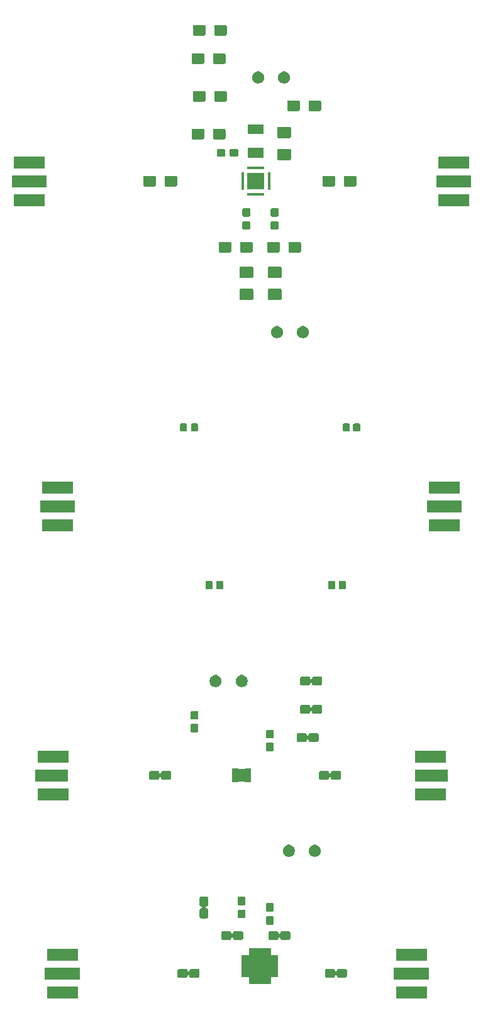
<source format=gbr>
G04 #@! TF.GenerationSoftware,KiCad,Pcbnew,5.1.2-f72e74a~84~ubuntu18.04.1*
G04 #@! TF.CreationDate,2019-07-08T15:28:50+02:00*
G04 #@! TF.ProjectId,prototype_1,70726f74-6f74-4797-9065-5f312e6b6963,rev?*
G04 #@! TF.SameCoordinates,Original*
G04 #@! TF.FileFunction,Soldermask,Top*
G04 #@! TF.FilePolarity,Negative*
%FSLAX46Y46*%
G04 Gerber Fmt 4.6, Leading zero omitted, Abs format (unit mm)*
G04 Created by KiCad (PCBNEW 5.1.2-f72e74a~84~ubuntu18.04.1) date 2019-07-08 15:28:50*
%MOMM*%
%LPD*%
G04 APERTURE LIST*
%ADD10C,0.100000*%
G04 APERTURE END LIST*
D10*
G36*
X116381000Y-170991000D02*
G01*
X112219000Y-170991000D01*
X112219000Y-169369000D01*
X116381000Y-169369000D01*
X116381000Y-170991000D01*
X116381000Y-170991000D01*
G37*
G36*
X69391000Y-170991000D02*
G01*
X65229000Y-170991000D01*
X65229000Y-169369000D01*
X69391000Y-169369000D01*
X69391000Y-170991000D01*
X69391000Y-170991000D01*
G37*
G36*
X95365999Y-165079000D02*
G01*
X95368401Y-165103386D01*
X95375514Y-165126835D01*
X95387065Y-165148446D01*
X95402610Y-165167388D01*
X95421552Y-165182933D01*
X95443163Y-165194484D01*
X95466612Y-165201597D01*
X95490998Y-165203999D01*
X96365999Y-165203999D01*
X96365999Y-168105999D01*
X95490998Y-168105999D01*
X95466612Y-168108401D01*
X95443163Y-168115514D01*
X95421552Y-168127065D01*
X95402610Y-168142610D01*
X95387065Y-168161552D01*
X95375514Y-168183163D01*
X95368401Y-168206612D01*
X95365999Y-168230998D01*
X95365999Y-169105999D01*
X92463999Y-169105999D01*
X92463999Y-168230998D01*
X92461597Y-168206612D01*
X92454484Y-168183163D01*
X92442933Y-168161552D01*
X92427388Y-168142610D01*
X92408446Y-168127065D01*
X92386835Y-168115514D01*
X92363386Y-168108401D01*
X92339000Y-168105999D01*
X91463999Y-168105999D01*
X91463999Y-165203999D01*
X92339000Y-165203999D01*
X92363386Y-165201597D01*
X92386835Y-165194484D01*
X92408446Y-165182933D01*
X92427388Y-165167388D01*
X92442933Y-165148446D01*
X92454484Y-165126835D01*
X92461597Y-165103386D01*
X92463999Y-165079000D01*
X92463999Y-164203999D01*
X95365999Y-164203999D01*
X95365999Y-165079000D01*
X95365999Y-165079000D01*
G37*
G36*
X69661000Y-168451000D02*
G01*
X64959000Y-168451000D01*
X64959000Y-166829000D01*
X69661000Y-166829000D01*
X69661000Y-168451000D01*
X69661000Y-168451000D01*
G37*
G36*
X116651000Y-168451000D02*
G01*
X111949000Y-168451000D01*
X111949000Y-166829000D01*
X116651000Y-166829000D01*
X116651000Y-168451000D01*
X116651000Y-168451000D01*
G37*
G36*
X103847811Y-167068605D02*
G01*
X103886867Y-167080453D01*
X103922862Y-167099693D01*
X103954414Y-167125586D01*
X103980307Y-167157138D01*
X103999547Y-167193133D01*
X104011395Y-167232189D01*
X104015603Y-167274918D01*
X104020383Y-167298951D01*
X104029761Y-167321590D01*
X104043374Y-167341964D01*
X104060701Y-167359291D01*
X104081076Y-167372905D01*
X104103715Y-167382283D01*
X104127748Y-167387063D01*
X104152252Y-167387063D01*
X104176285Y-167382283D01*
X104198924Y-167372905D01*
X104219298Y-167359292D01*
X104236625Y-167341965D01*
X104250239Y-167321590D01*
X104259617Y-167298951D01*
X104264397Y-167274918D01*
X104268605Y-167232189D01*
X104280453Y-167193133D01*
X104299693Y-167157138D01*
X104325586Y-167125586D01*
X104357138Y-167099693D01*
X104393133Y-167080453D01*
X104432189Y-167068605D01*
X104478949Y-167064000D01*
X105401051Y-167064000D01*
X105447811Y-167068605D01*
X105486867Y-167080453D01*
X105522862Y-167099693D01*
X105554414Y-167125586D01*
X105580307Y-167157138D01*
X105599547Y-167193133D01*
X105611395Y-167232189D01*
X105616000Y-167278949D01*
X105616000Y-168001051D01*
X105611395Y-168047811D01*
X105599547Y-168086867D01*
X105580307Y-168122862D01*
X105554414Y-168154414D01*
X105522862Y-168180307D01*
X105486867Y-168199547D01*
X105447811Y-168211395D01*
X105401051Y-168216000D01*
X104478949Y-168216000D01*
X104432189Y-168211395D01*
X104393133Y-168199547D01*
X104357138Y-168180307D01*
X104325586Y-168154414D01*
X104299693Y-168122862D01*
X104280453Y-168086867D01*
X104268605Y-168047811D01*
X104264397Y-168005082D01*
X104259617Y-167981049D01*
X104250239Y-167958410D01*
X104236626Y-167938036D01*
X104219299Y-167920709D01*
X104198924Y-167907095D01*
X104176285Y-167897717D01*
X104152252Y-167892937D01*
X104127748Y-167892937D01*
X104103715Y-167897717D01*
X104081076Y-167907095D01*
X104060702Y-167920708D01*
X104043375Y-167938035D01*
X104029761Y-167958410D01*
X104020383Y-167981049D01*
X104015603Y-168005082D01*
X104011395Y-168047811D01*
X103999547Y-168086867D01*
X103980307Y-168122862D01*
X103954414Y-168154414D01*
X103922862Y-168180307D01*
X103886867Y-168199547D01*
X103847811Y-168211395D01*
X103801051Y-168216000D01*
X102878949Y-168216000D01*
X102832189Y-168211395D01*
X102793133Y-168199547D01*
X102757138Y-168180307D01*
X102725586Y-168154414D01*
X102699693Y-168122862D01*
X102680453Y-168086867D01*
X102668605Y-168047811D01*
X102664000Y-168001051D01*
X102664000Y-167278949D01*
X102668605Y-167232189D01*
X102680453Y-167193133D01*
X102699693Y-167157138D01*
X102725586Y-167125586D01*
X102757138Y-167099693D01*
X102793133Y-167080453D01*
X102832189Y-167068605D01*
X102878949Y-167064000D01*
X103801051Y-167064000D01*
X103847811Y-167068605D01*
X103847811Y-167068605D01*
G37*
G36*
X83997811Y-167068605D02*
G01*
X84036867Y-167080453D01*
X84072862Y-167099693D01*
X84104414Y-167125586D01*
X84130307Y-167157138D01*
X84149547Y-167193133D01*
X84161395Y-167232189D01*
X84165603Y-167274918D01*
X84170383Y-167298951D01*
X84179761Y-167321590D01*
X84193374Y-167341964D01*
X84210701Y-167359291D01*
X84231076Y-167372905D01*
X84253715Y-167382283D01*
X84277748Y-167387063D01*
X84302252Y-167387063D01*
X84326285Y-167382283D01*
X84348924Y-167372905D01*
X84369298Y-167359292D01*
X84386625Y-167341965D01*
X84400239Y-167321590D01*
X84409617Y-167298951D01*
X84414397Y-167274918D01*
X84418605Y-167232189D01*
X84430453Y-167193133D01*
X84449693Y-167157138D01*
X84475586Y-167125586D01*
X84507138Y-167099693D01*
X84543133Y-167080453D01*
X84582189Y-167068605D01*
X84628949Y-167064000D01*
X85551051Y-167064000D01*
X85597811Y-167068605D01*
X85636867Y-167080453D01*
X85672862Y-167099693D01*
X85704414Y-167125586D01*
X85730307Y-167157138D01*
X85749547Y-167193133D01*
X85761395Y-167232189D01*
X85766000Y-167278949D01*
X85766000Y-168001051D01*
X85761395Y-168047811D01*
X85749547Y-168086867D01*
X85730307Y-168122862D01*
X85704414Y-168154414D01*
X85672862Y-168180307D01*
X85636867Y-168199547D01*
X85597811Y-168211395D01*
X85551051Y-168216000D01*
X84628949Y-168216000D01*
X84582189Y-168211395D01*
X84543133Y-168199547D01*
X84507138Y-168180307D01*
X84475586Y-168154414D01*
X84449693Y-168122862D01*
X84430453Y-168086867D01*
X84418605Y-168047811D01*
X84414397Y-168005082D01*
X84409617Y-167981049D01*
X84400239Y-167958410D01*
X84386626Y-167938036D01*
X84369299Y-167920709D01*
X84348924Y-167907095D01*
X84326285Y-167897717D01*
X84302252Y-167892937D01*
X84277748Y-167892937D01*
X84253715Y-167897717D01*
X84231076Y-167907095D01*
X84210702Y-167920708D01*
X84193375Y-167938035D01*
X84179761Y-167958410D01*
X84170383Y-167981049D01*
X84165603Y-168005082D01*
X84161395Y-168047811D01*
X84149547Y-168086867D01*
X84130307Y-168122862D01*
X84104414Y-168154414D01*
X84072862Y-168180307D01*
X84036867Y-168199547D01*
X83997811Y-168211395D01*
X83951051Y-168216000D01*
X83028949Y-168216000D01*
X82982189Y-168211395D01*
X82943133Y-168199547D01*
X82907138Y-168180307D01*
X82875586Y-168154414D01*
X82849693Y-168122862D01*
X82830453Y-168086867D01*
X82818605Y-168047811D01*
X82814000Y-168001051D01*
X82814000Y-167278949D01*
X82818605Y-167232189D01*
X82830453Y-167193133D01*
X82849693Y-167157138D01*
X82875586Y-167125586D01*
X82907138Y-167099693D01*
X82943133Y-167080453D01*
X82982189Y-167068605D01*
X83028949Y-167064000D01*
X83951051Y-167064000D01*
X83997811Y-167068605D01*
X83997811Y-167068605D01*
G37*
G36*
X116381000Y-165911000D02*
G01*
X112219000Y-165911000D01*
X112219000Y-164289000D01*
X116381000Y-164289000D01*
X116381000Y-165911000D01*
X116381000Y-165911000D01*
G37*
G36*
X69391000Y-165911000D02*
G01*
X65229000Y-165911000D01*
X65229000Y-164289000D01*
X69391000Y-164289000D01*
X69391000Y-165911000D01*
X69391000Y-165911000D01*
G37*
G36*
X89877811Y-161988605D02*
G01*
X89916867Y-162000453D01*
X89952862Y-162019693D01*
X89984414Y-162045586D01*
X90010307Y-162077138D01*
X90029547Y-162113133D01*
X90041395Y-162152189D01*
X90045603Y-162194918D01*
X90050383Y-162218951D01*
X90059761Y-162241590D01*
X90073374Y-162261964D01*
X90090701Y-162279291D01*
X90111076Y-162292905D01*
X90133715Y-162302283D01*
X90157748Y-162307063D01*
X90182252Y-162307063D01*
X90206285Y-162302283D01*
X90228924Y-162292905D01*
X90249298Y-162279292D01*
X90266625Y-162261965D01*
X90280239Y-162241590D01*
X90289617Y-162218951D01*
X90294397Y-162194918D01*
X90298605Y-162152189D01*
X90310453Y-162113133D01*
X90329693Y-162077138D01*
X90355586Y-162045586D01*
X90387138Y-162019693D01*
X90423133Y-162000453D01*
X90462189Y-161988605D01*
X90508949Y-161984000D01*
X91431051Y-161984000D01*
X91477811Y-161988605D01*
X91516867Y-162000453D01*
X91552862Y-162019693D01*
X91584414Y-162045586D01*
X91610307Y-162077138D01*
X91629547Y-162113133D01*
X91641395Y-162152189D01*
X91646000Y-162198949D01*
X91646000Y-162921051D01*
X91641395Y-162967811D01*
X91629547Y-163006867D01*
X91610307Y-163042862D01*
X91584414Y-163074414D01*
X91552862Y-163100307D01*
X91516867Y-163119547D01*
X91477811Y-163131395D01*
X91431051Y-163136000D01*
X90508949Y-163136000D01*
X90462189Y-163131395D01*
X90423133Y-163119547D01*
X90387138Y-163100307D01*
X90355586Y-163074414D01*
X90329693Y-163042862D01*
X90310453Y-163006867D01*
X90298605Y-162967811D01*
X90294397Y-162925082D01*
X90289617Y-162901049D01*
X90280239Y-162878410D01*
X90266626Y-162858036D01*
X90249299Y-162840709D01*
X90228924Y-162827095D01*
X90206285Y-162817717D01*
X90182252Y-162812937D01*
X90157748Y-162812937D01*
X90133715Y-162817717D01*
X90111076Y-162827095D01*
X90090702Y-162840708D01*
X90073375Y-162858035D01*
X90059761Y-162878410D01*
X90050383Y-162901049D01*
X90045603Y-162925082D01*
X90041395Y-162967811D01*
X90029547Y-163006867D01*
X90010307Y-163042862D01*
X89984414Y-163074414D01*
X89952862Y-163100307D01*
X89916867Y-163119547D01*
X89877811Y-163131395D01*
X89831051Y-163136000D01*
X88908949Y-163136000D01*
X88862189Y-163131395D01*
X88823133Y-163119547D01*
X88787138Y-163100307D01*
X88755586Y-163074414D01*
X88729693Y-163042862D01*
X88710453Y-163006867D01*
X88698605Y-162967811D01*
X88694000Y-162921051D01*
X88694000Y-162198949D01*
X88698605Y-162152189D01*
X88710453Y-162113133D01*
X88729693Y-162077138D01*
X88755586Y-162045586D01*
X88787138Y-162019693D01*
X88823133Y-162000453D01*
X88862189Y-161988605D01*
X88908949Y-161984000D01*
X89831051Y-161984000D01*
X89877811Y-161988605D01*
X89877811Y-161988605D01*
G37*
G36*
X96227811Y-161988605D02*
G01*
X96266867Y-162000453D01*
X96302862Y-162019693D01*
X96334414Y-162045586D01*
X96360307Y-162077138D01*
X96379547Y-162113133D01*
X96391395Y-162152189D01*
X96395603Y-162194918D01*
X96400383Y-162218951D01*
X96409761Y-162241590D01*
X96423374Y-162261964D01*
X96440701Y-162279291D01*
X96461076Y-162292905D01*
X96483715Y-162302283D01*
X96507748Y-162307063D01*
X96532252Y-162307063D01*
X96556285Y-162302283D01*
X96578924Y-162292905D01*
X96599298Y-162279292D01*
X96616625Y-162261965D01*
X96630239Y-162241590D01*
X96639617Y-162218951D01*
X96644397Y-162194918D01*
X96648605Y-162152189D01*
X96660453Y-162113133D01*
X96679693Y-162077138D01*
X96705586Y-162045586D01*
X96737138Y-162019693D01*
X96773133Y-162000453D01*
X96812189Y-161988605D01*
X96858949Y-161984000D01*
X97781051Y-161984000D01*
X97827811Y-161988605D01*
X97866867Y-162000453D01*
X97902862Y-162019693D01*
X97934414Y-162045586D01*
X97960307Y-162077138D01*
X97979547Y-162113133D01*
X97991395Y-162152189D01*
X97996000Y-162198949D01*
X97996000Y-162921051D01*
X97991395Y-162967811D01*
X97979547Y-163006867D01*
X97960307Y-163042862D01*
X97934414Y-163074414D01*
X97902862Y-163100307D01*
X97866867Y-163119547D01*
X97827811Y-163131395D01*
X97781051Y-163136000D01*
X96858949Y-163136000D01*
X96812189Y-163131395D01*
X96773133Y-163119547D01*
X96737138Y-163100307D01*
X96705586Y-163074414D01*
X96679693Y-163042862D01*
X96660453Y-163006867D01*
X96648605Y-162967811D01*
X96644397Y-162925082D01*
X96639617Y-162901049D01*
X96630239Y-162878410D01*
X96616626Y-162858036D01*
X96599299Y-162840709D01*
X96578924Y-162827095D01*
X96556285Y-162817717D01*
X96532252Y-162812937D01*
X96507748Y-162812937D01*
X96483715Y-162817717D01*
X96461076Y-162827095D01*
X96440702Y-162840708D01*
X96423375Y-162858035D01*
X96409761Y-162878410D01*
X96400383Y-162901049D01*
X96395603Y-162925082D01*
X96391395Y-162967811D01*
X96379547Y-163006867D01*
X96360307Y-163042862D01*
X96334414Y-163074414D01*
X96302862Y-163100307D01*
X96266867Y-163119547D01*
X96227811Y-163131395D01*
X96181051Y-163136000D01*
X95258949Y-163136000D01*
X95212189Y-163131395D01*
X95173133Y-163119547D01*
X95137138Y-163100307D01*
X95105586Y-163074414D01*
X95079693Y-163042862D01*
X95060453Y-163006867D01*
X95048605Y-162967811D01*
X95044000Y-162921051D01*
X95044000Y-162198949D01*
X95048605Y-162152189D01*
X95060453Y-162113133D01*
X95079693Y-162077138D01*
X95105586Y-162045586D01*
X95137138Y-162019693D01*
X95173133Y-162000453D01*
X95212189Y-161988605D01*
X95258949Y-161984000D01*
X96181051Y-161984000D01*
X96227811Y-161988605D01*
X96227811Y-161988605D01*
G37*
G36*
X95614499Y-159928445D02*
G01*
X95651995Y-159939820D01*
X95686554Y-159958292D01*
X95716847Y-159983153D01*
X95741708Y-160013446D01*
X95760180Y-160048005D01*
X95771555Y-160085501D01*
X95776000Y-160130638D01*
X95776000Y-160869362D01*
X95771555Y-160914499D01*
X95760180Y-160951995D01*
X95741708Y-160986554D01*
X95716847Y-161016847D01*
X95686554Y-161041708D01*
X95651995Y-161060180D01*
X95614499Y-161071555D01*
X95569362Y-161076000D01*
X94930638Y-161076000D01*
X94885501Y-161071555D01*
X94848005Y-161060180D01*
X94813446Y-161041708D01*
X94783153Y-161016847D01*
X94758292Y-160986554D01*
X94739820Y-160951995D01*
X94728445Y-160914499D01*
X94724000Y-160869362D01*
X94724000Y-160130638D01*
X94728445Y-160085501D01*
X94739820Y-160048005D01*
X94758292Y-160013446D01*
X94783153Y-159983153D01*
X94813446Y-159958292D01*
X94848005Y-159939820D01*
X94885501Y-159928445D01*
X94930638Y-159924000D01*
X95569362Y-159924000D01*
X95614499Y-159928445D01*
X95614499Y-159928445D01*
G37*
G36*
X86767811Y-157278605D02*
G01*
X86806867Y-157290453D01*
X86842862Y-157309693D01*
X86874414Y-157335586D01*
X86900307Y-157367138D01*
X86919547Y-157403133D01*
X86931395Y-157442189D01*
X86936000Y-157488949D01*
X86936000Y-158411051D01*
X86931395Y-158457811D01*
X86919547Y-158496867D01*
X86900307Y-158532862D01*
X86874414Y-158564414D01*
X86842862Y-158590307D01*
X86806867Y-158609547D01*
X86767811Y-158621395D01*
X86725082Y-158625603D01*
X86701049Y-158630383D01*
X86678410Y-158639761D01*
X86658036Y-158653374D01*
X86640709Y-158670701D01*
X86627095Y-158691076D01*
X86617717Y-158713715D01*
X86612937Y-158737748D01*
X86612937Y-158762252D01*
X86617717Y-158786285D01*
X86627095Y-158808924D01*
X86640708Y-158829298D01*
X86658035Y-158846625D01*
X86678410Y-158860239D01*
X86701049Y-158869617D01*
X86725082Y-158874397D01*
X86767811Y-158878605D01*
X86806867Y-158890453D01*
X86842862Y-158909693D01*
X86874414Y-158935586D01*
X86900307Y-158967138D01*
X86919547Y-159003133D01*
X86931395Y-159042189D01*
X86936000Y-159088949D01*
X86936000Y-160011051D01*
X86931395Y-160057811D01*
X86919547Y-160096867D01*
X86900307Y-160132862D01*
X86874414Y-160164414D01*
X86842862Y-160190307D01*
X86806867Y-160209547D01*
X86767811Y-160221395D01*
X86721051Y-160226000D01*
X85998949Y-160226000D01*
X85952189Y-160221395D01*
X85913133Y-160209547D01*
X85877138Y-160190307D01*
X85845586Y-160164414D01*
X85819693Y-160132862D01*
X85800453Y-160096867D01*
X85788605Y-160057811D01*
X85784000Y-160011051D01*
X85784000Y-159088949D01*
X85788605Y-159042189D01*
X85800453Y-159003133D01*
X85819693Y-158967138D01*
X85845586Y-158935586D01*
X85877138Y-158909693D01*
X85913133Y-158890453D01*
X85952189Y-158878605D01*
X85994918Y-158874397D01*
X86018951Y-158869617D01*
X86041590Y-158860239D01*
X86061964Y-158846626D01*
X86079291Y-158829299D01*
X86092905Y-158808924D01*
X86102283Y-158786285D01*
X86107063Y-158762252D01*
X86107063Y-158737748D01*
X86102283Y-158713715D01*
X86092905Y-158691076D01*
X86079292Y-158670702D01*
X86061965Y-158653375D01*
X86041590Y-158639761D01*
X86018951Y-158630383D01*
X85994918Y-158625603D01*
X85952189Y-158621395D01*
X85913133Y-158609547D01*
X85877138Y-158590307D01*
X85845586Y-158564414D01*
X85819693Y-158532862D01*
X85800453Y-158496867D01*
X85788605Y-158457811D01*
X85784000Y-158411051D01*
X85784000Y-157488949D01*
X85788605Y-157442189D01*
X85800453Y-157403133D01*
X85819693Y-157367138D01*
X85845586Y-157335586D01*
X85877138Y-157309693D01*
X85913133Y-157290453D01*
X85952189Y-157278605D01*
X85998949Y-157274000D01*
X86721051Y-157274000D01*
X86767811Y-157278605D01*
X86767811Y-157278605D01*
G37*
G36*
X91804499Y-159053445D02*
G01*
X91841995Y-159064820D01*
X91876554Y-159083292D01*
X91906847Y-159108153D01*
X91931708Y-159138446D01*
X91950180Y-159173005D01*
X91961555Y-159210501D01*
X91966000Y-159255638D01*
X91966000Y-159994362D01*
X91961555Y-160039499D01*
X91950180Y-160076995D01*
X91931708Y-160111554D01*
X91906847Y-160141847D01*
X91876554Y-160166708D01*
X91841995Y-160185180D01*
X91804499Y-160196555D01*
X91759362Y-160201000D01*
X91120638Y-160201000D01*
X91075501Y-160196555D01*
X91038005Y-160185180D01*
X91003446Y-160166708D01*
X90973153Y-160141847D01*
X90948292Y-160111554D01*
X90929820Y-160076995D01*
X90918445Y-160039499D01*
X90914000Y-159994362D01*
X90914000Y-159255638D01*
X90918445Y-159210501D01*
X90929820Y-159173005D01*
X90948292Y-159138446D01*
X90973153Y-159108153D01*
X91003446Y-159083292D01*
X91038005Y-159064820D01*
X91075501Y-159053445D01*
X91120638Y-159049000D01*
X91759362Y-159049000D01*
X91804499Y-159053445D01*
X91804499Y-159053445D01*
G37*
G36*
X95614499Y-158178445D02*
G01*
X95651995Y-158189820D01*
X95686554Y-158208292D01*
X95716847Y-158233153D01*
X95741708Y-158263446D01*
X95760180Y-158298005D01*
X95771555Y-158335501D01*
X95776000Y-158380638D01*
X95776000Y-159119362D01*
X95771555Y-159164499D01*
X95760180Y-159201995D01*
X95741708Y-159236554D01*
X95716847Y-159266847D01*
X95686554Y-159291708D01*
X95651995Y-159310180D01*
X95614499Y-159321555D01*
X95569362Y-159326000D01*
X94930638Y-159326000D01*
X94885501Y-159321555D01*
X94848005Y-159310180D01*
X94813446Y-159291708D01*
X94783153Y-159266847D01*
X94758292Y-159236554D01*
X94739820Y-159201995D01*
X94728445Y-159164499D01*
X94724000Y-159119362D01*
X94724000Y-158380638D01*
X94728445Y-158335501D01*
X94739820Y-158298005D01*
X94758292Y-158263446D01*
X94783153Y-158233153D01*
X94813446Y-158208292D01*
X94848005Y-158189820D01*
X94885501Y-158178445D01*
X94930638Y-158174000D01*
X95569362Y-158174000D01*
X95614499Y-158178445D01*
X95614499Y-158178445D01*
G37*
G36*
X91804499Y-157303445D02*
G01*
X91841995Y-157314820D01*
X91876554Y-157333292D01*
X91906847Y-157358153D01*
X91931708Y-157388446D01*
X91950180Y-157423005D01*
X91961555Y-157460501D01*
X91966000Y-157505638D01*
X91966000Y-158244362D01*
X91961555Y-158289499D01*
X91950180Y-158326995D01*
X91931708Y-158361554D01*
X91906847Y-158391847D01*
X91876554Y-158416708D01*
X91841995Y-158435180D01*
X91804499Y-158446555D01*
X91759362Y-158451000D01*
X91120638Y-158451000D01*
X91075501Y-158446555D01*
X91038005Y-158435180D01*
X91003446Y-158416708D01*
X90973153Y-158391847D01*
X90948292Y-158361554D01*
X90929820Y-158326995D01*
X90918445Y-158289499D01*
X90914000Y-158244362D01*
X90914000Y-157505638D01*
X90918445Y-157460501D01*
X90929820Y-157423005D01*
X90948292Y-157388446D01*
X90973153Y-157358153D01*
X91003446Y-157333292D01*
X91038005Y-157314820D01*
X91075501Y-157303445D01*
X91120638Y-157299000D01*
X91759362Y-157299000D01*
X91804499Y-157303445D01*
X91804499Y-157303445D01*
G37*
G36*
X101527142Y-150348242D02*
G01*
X101675101Y-150409529D01*
X101808255Y-150498499D01*
X101921501Y-150611745D01*
X102010471Y-150744899D01*
X102071758Y-150892858D01*
X102103000Y-151049925D01*
X102103000Y-151210075D01*
X102071758Y-151367142D01*
X102010471Y-151515101D01*
X101921501Y-151648255D01*
X101808255Y-151761501D01*
X101675101Y-151850471D01*
X101527142Y-151911758D01*
X101370075Y-151943000D01*
X101209925Y-151943000D01*
X101052858Y-151911758D01*
X100904899Y-151850471D01*
X100771745Y-151761501D01*
X100658499Y-151648255D01*
X100569529Y-151515101D01*
X100508242Y-151367142D01*
X100477000Y-151210075D01*
X100477000Y-151049925D01*
X100508242Y-150892858D01*
X100569529Y-150744899D01*
X100658499Y-150611745D01*
X100771745Y-150498499D01*
X100904899Y-150409529D01*
X101052858Y-150348242D01*
X101209925Y-150317000D01*
X101370075Y-150317000D01*
X101527142Y-150348242D01*
X101527142Y-150348242D01*
G37*
G36*
X98027142Y-150348242D02*
G01*
X98175101Y-150409529D01*
X98308255Y-150498499D01*
X98421501Y-150611745D01*
X98510471Y-150744899D01*
X98571758Y-150892858D01*
X98603000Y-151049925D01*
X98603000Y-151210075D01*
X98571758Y-151367142D01*
X98510471Y-151515101D01*
X98421501Y-151648255D01*
X98308255Y-151761501D01*
X98175101Y-151850471D01*
X98027142Y-151911758D01*
X97870075Y-151943000D01*
X97709925Y-151943000D01*
X97552858Y-151911758D01*
X97404899Y-151850471D01*
X97271745Y-151761501D01*
X97158499Y-151648255D01*
X97069529Y-151515101D01*
X97008242Y-151367142D01*
X96977000Y-151210075D01*
X96977000Y-151049925D01*
X97008242Y-150892858D01*
X97069529Y-150744899D01*
X97158499Y-150611745D01*
X97271745Y-150498499D01*
X97404899Y-150409529D01*
X97552858Y-150348242D01*
X97709925Y-150317000D01*
X97870075Y-150317000D01*
X98027142Y-150348242D01*
X98027142Y-150348242D01*
G37*
G36*
X118921000Y-144321000D02*
G01*
X114759000Y-144321000D01*
X114759000Y-142699000D01*
X118921000Y-142699000D01*
X118921000Y-144321000D01*
X118921000Y-144321000D01*
G37*
G36*
X68121000Y-144321000D02*
G01*
X63959000Y-144321000D01*
X63959000Y-142699000D01*
X68121000Y-142699000D01*
X68121000Y-144321000D01*
X68121000Y-144321000D01*
G37*
G36*
X90950515Y-140041836D02*
G01*
X90962066Y-140063447D01*
X90977611Y-140082389D01*
X90996553Y-140097934D01*
X91018164Y-140109485D01*
X91041613Y-140116598D01*
X91065999Y-140119000D01*
X91814001Y-140119000D01*
X91838387Y-140116598D01*
X91861836Y-140109485D01*
X91883447Y-140097934D01*
X91902389Y-140082389D01*
X91917934Y-140063447D01*
X91929485Y-140041836D01*
X91936412Y-140019000D01*
X92711000Y-140019000D01*
X92711000Y-141921000D01*
X91936412Y-141921000D01*
X91929485Y-141898164D01*
X91917934Y-141876553D01*
X91902389Y-141857611D01*
X91883447Y-141842066D01*
X91861836Y-141830515D01*
X91838387Y-141823402D01*
X91814001Y-141821000D01*
X91065999Y-141821000D01*
X91041613Y-141823402D01*
X91018164Y-141830515D01*
X90996553Y-141842066D01*
X90977611Y-141857611D01*
X90962066Y-141876553D01*
X90950515Y-141898164D01*
X90943588Y-141921000D01*
X90169000Y-141921000D01*
X90169000Y-140019000D01*
X90943588Y-140019000D01*
X90950515Y-140041836D01*
X90950515Y-140041836D01*
G37*
G36*
X119221000Y-141781000D02*
G01*
X114819000Y-141781000D01*
X114819000Y-140159000D01*
X119221000Y-140159000D01*
X119221000Y-141781000D01*
X119221000Y-141781000D01*
G37*
G36*
X68021000Y-141781000D02*
G01*
X63619000Y-141781000D01*
X63619000Y-140159000D01*
X68021000Y-140159000D01*
X68021000Y-141781000D01*
X68021000Y-141781000D01*
G37*
G36*
X103047811Y-140398605D02*
G01*
X103086867Y-140410453D01*
X103122862Y-140429693D01*
X103154414Y-140455586D01*
X103180307Y-140487138D01*
X103199547Y-140523133D01*
X103211395Y-140562189D01*
X103215603Y-140604918D01*
X103220383Y-140628951D01*
X103229761Y-140651590D01*
X103243374Y-140671964D01*
X103260701Y-140689291D01*
X103281076Y-140702905D01*
X103303715Y-140712283D01*
X103327748Y-140717063D01*
X103352252Y-140717063D01*
X103376285Y-140712283D01*
X103398924Y-140702905D01*
X103419298Y-140689292D01*
X103436625Y-140671965D01*
X103450239Y-140651590D01*
X103459617Y-140628951D01*
X103464397Y-140604918D01*
X103468605Y-140562189D01*
X103480453Y-140523133D01*
X103499693Y-140487138D01*
X103525586Y-140455586D01*
X103557138Y-140429693D01*
X103593133Y-140410453D01*
X103632189Y-140398605D01*
X103678949Y-140394000D01*
X104601051Y-140394000D01*
X104647811Y-140398605D01*
X104686867Y-140410453D01*
X104722862Y-140429693D01*
X104754414Y-140455586D01*
X104780307Y-140487138D01*
X104799547Y-140523133D01*
X104811395Y-140562189D01*
X104816000Y-140608949D01*
X104816000Y-141331051D01*
X104811395Y-141377811D01*
X104799547Y-141416867D01*
X104780307Y-141452862D01*
X104754414Y-141484414D01*
X104722862Y-141510307D01*
X104686867Y-141529547D01*
X104647811Y-141541395D01*
X104601051Y-141546000D01*
X103678949Y-141546000D01*
X103632189Y-141541395D01*
X103593133Y-141529547D01*
X103557138Y-141510307D01*
X103525586Y-141484414D01*
X103499693Y-141452862D01*
X103480453Y-141416867D01*
X103468605Y-141377811D01*
X103464397Y-141335082D01*
X103459617Y-141311049D01*
X103450239Y-141288410D01*
X103436626Y-141268036D01*
X103419299Y-141250709D01*
X103398924Y-141237095D01*
X103376285Y-141227717D01*
X103352252Y-141222937D01*
X103327748Y-141222937D01*
X103303715Y-141227717D01*
X103281076Y-141237095D01*
X103260702Y-141250708D01*
X103243375Y-141268035D01*
X103229761Y-141288410D01*
X103220383Y-141311049D01*
X103215603Y-141335082D01*
X103211395Y-141377811D01*
X103199547Y-141416867D01*
X103180307Y-141452862D01*
X103154414Y-141484414D01*
X103122862Y-141510307D01*
X103086867Y-141529547D01*
X103047811Y-141541395D01*
X103001051Y-141546000D01*
X102078949Y-141546000D01*
X102032189Y-141541395D01*
X101993133Y-141529547D01*
X101957138Y-141510307D01*
X101925586Y-141484414D01*
X101899693Y-141452862D01*
X101880453Y-141416867D01*
X101868605Y-141377811D01*
X101864000Y-141331051D01*
X101864000Y-140608949D01*
X101868605Y-140562189D01*
X101880453Y-140523133D01*
X101899693Y-140487138D01*
X101925586Y-140455586D01*
X101957138Y-140429693D01*
X101993133Y-140410453D01*
X102032189Y-140398605D01*
X102078949Y-140394000D01*
X103001051Y-140394000D01*
X103047811Y-140398605D01*
X103047811Y-140398605D01*
G37*
G36*
X80187811Y-140398605D02*
G01*
X80226867Y-140410453D01*
X80262862Y-140429693D01*
X80294414Y-140455586D01*
X80320307Y-140487138D01*
X80339547Y-140523133D01*
X80351395Y-140562189D01*
X80355603Y-140604918D01*
X80360383Y-140628951D01*
X80369761Y-140651590D01*
X80383374Y-140671964D01*
X80400701Y-140689291D01*
X80421076Y-140702905D01*
X80443715Y-140712283D01*
X80467748Y-140717063D01*
X80492252Y-140717063D01*
X80516285Y-140712283D01*
X80538924Y-140702905D01*
X80559298Y-140689292D01*
X80576625Y-140671965D01*
X80590239Y-140651590D01*
X80599617Y-140628951D01*
X80604397Y-140604918D01*
X80608605Y-140562189D01*
X80620453Y-140523133D01*
X80639693Y-140487138D01*
X80665586Y-140455586D01*
X80697138Y-140429693D01*
X80733133Y-140410453D01*
X80772189Y-140398605D01*
X80818949Y-140394000D01*
X81741051Y-140394000D01*
X81787811Y-140398605D01*
X81826867Y-140410453D01*
X81862862Y-140429693D01*
X81894414Y-140455586D01*
X81920307Y-140487138D01*
X81939547Y-140523133D01*
X81951395Y-140562189D01*
X81956000Y-140608949D01*
X81956000Y-141331051D01*
X81951395Y-141377811D01*
X81939547Y-141416867D01*
X81920307Y-141452862D01*
X81894414Y-141484414D01*
X81862862Y-141510307D01*
X81826867Y-141529547D01*
X81787811Y-141541395D01*
X81741051Y-141546000D01*
X80818949Y-141546000D01*
X80772189Y-141541395D01*
X80733133Y-141529547D01*
X80697138Y-141510307D01*
X80665586Y-141484414D01*
X80639693Y-141452862D01*
X80620453Y-141416867D01*
X80608605Y-141377811D01*
X80604397Y-141335082D01*
X80599617Y-141311049D01*
X80590239Y-141288410D01*
X80576626Y-141268036D01*
X80559299Y-141250709D01*
X80538924Y-141237095D01*
X80516285Y-141227717D01*
X80492252Y-141222937D01*
X80467748Y-141222937D01*
X80443715Y-141227717D01*
X80421076Y-141237095D01*
X80400702Y-141250708D01*
X80383375Y-141268035D01*
X80369761Y-141288410D01*
X80360383Y-141311049D01*
X80355603Y-141335082D01*
X80351395Y-141377811D01*
X80339547Y-141416867D01*
X80320307Y-141452862D01*
X80294414Y-141484414D01*
X80262862Y-141510307D01*
X80226867Y-141529547D01*
X80187811Y-141541395D01*
X80141051Y-141546000D01*
X79218949Y-141546000D01*
X79172189Y-141541395D01*
X79133133Y-141529547D01*
X79097138Y-141510307D01*
X79065586Y-141484414D01*
X79039693Y-141452862D01*
X79020453Y-141416867D01*
X79008605Y-141377811D01*
X79004000Y-141331051D01*
X79004000Y-140608949D01*
X79008605Y-140562189D01*
X79020453Y-140523133D01*
X79039693Y-140487138D01*
X79065586Y-140455586D01*
X79097138Y-140429693D01*
X79133133Y-140410453D01*
X79172189Y-140398605D01*
X79218949Y-140394000D01*
X80141051Y-140394000D01*
X80187811Y-140398605D01*
X80187811Y-140398605D01*
G37*
G36*
X118921000Y-139241000D02*
G01*
X114759000Y-139241000D01*
X114759000Y-137619000D01*
X118921000Y-137619000D01*
X118921000Y-139241000D01*
X118921000Y-139241000D01*
G37*
G36*
X68121000Y-139241000D02*
G01*
X63959000Y-139241000D01*
X63959000Y-137619000D01*
X68121000Y-137619000D01*
X68121000Y-139241000D01*
X68121000Y-139241000D01*
G37*
G36*
X95614499Y-136588445D02*
G01*
X95651995Y-136599820D01*
X95686554Y-136618292D01*
X95716847Y-136643153D01*
X95741708Y-136673446D01*
X95760180Y-136708005D01*
X95771555Y-136745501D01*
X95776000Y-136790638D01*
X95776000Y-137529362D01*
X95771555Y-137574499D01*
X95760180Y-137611995D01*
X95741708Y-137646554D01*
X95716847Y-137676847D01*
X95686554Y-137701708D01*
X95651995Y-137720180D01*
X95614499Y-137731555D01*
X95569362Y-137736000D01*
X94930638Y-137736000D01*
X94885501Y-137731555D01*
X94848005Y-137720180D01*
X94813446Y-137701708D01*
X94783153Y-137676847D01*
X94758292Y-137646554D01*
X94739820Y-137611995D01*
X94728445Y-137574499D01*
X94724000Y-137529362D01*
X94724000Y-136790638D01*
X94728445Y-136745501D01*
X94739820Y-136708005D01*
X94758292Y-136673446D01*
X94783153Y-136643153D01*
X94813446Y-136618292D01*
X94848005Y-136599820D01*
X94885501Y-136588445D01*
X94930638Y-136584000D01*
X95569362Y-136584000D01*
X95614499Y-136588445D01*
X95614499Y-136588445D01*
G37*
G36*
X100037811Y-135318605D02*
G01*
X100076867Y-135330453D01*
X100112862Y-135349693D01*
X100144414Y-135375586D01*
X100170307Y-135407138D01*
X100189547Y-135443133D01*
X100201395Y-135482189D01*
X100205603Y-135524918D01*
X100210383Y-135548951D01*
X100219761Y-135571590D01*
X100233374Y-135591964D01*
X100250701Y-135609291D01*
X100271076Y-135622905D01*
X100293715Y-135632283D01*
X100317748Y-135637063D01*
X100342252Y-135637063D01*
X100366285Y-135632283D01*
X100388924Y-135622905D01*
X100409298Y-135609292D01*
X100426625Y-135591965D01*
X100440239Y-135571590D01*
X100449617Y-135548951D01*
X100454397Y-135524918D01*
X100458605Y-135482189D01*
X100470453Y-135443133D01*
X100489693Y-135407138D01*
X100515586Y-135375586D01*
X100547138Y-135349693D01*
X100583133Y-135330453D01*
X100622189Y-135318605D01*
X100668949Y-135314000D01*
X101591051Y-135314000D01*
X101637811Y-135318605D01*
X101676867Y-135330453D01*
X101712862Y-135349693D01*
X101744414Y-135375586D01*
X101770307Y-135407138D01*
X101789547Y-135443133D01*
X101801395Y-135482189D01*
X101806000Y-135528949D01*
X101806000Y-136251051D01*
X101801395Y-136297811D01*
X101789547Y-136336867D01*
X101770307Y-136372862D01*
X101744414Y-136404414D01*
X101712862Y-136430307D01*
X101676867Y-136449547D01*
X101637811Y-136461395D01*
X101591051Y-136466000D01*
X100668949Y-136466000D01*
X100622189Y-136461395D01*
X100583133Y-136449547D01*
X100547138Y-136430307D01*
X100515586Y-136404414D01*
X100489693Y-136372862D01*
X100470453Y-136336867D01*
X100458605Y-136297811D01*
X100454397Y-136255082D01*
X100449617Y-136231049D01*
X100440239Y-136208410D01*
X100426626Y-136188036D01*
X100409299Y-136170709D01*
X100388924Y-136157095D01*
X100366285Y-136147717D01*
X100342252Y-136142937D01*
X100317748Y-136142937D01*
X100293715Y-136147717D01*
X100271076Y-136157095D01*
X100250702Y-136170708D01*
X100233375Y-136188035D01*
X100219761Y-136208410D01*
X100210383Y-136231049D01*
X100205603Y-136255082D01*
X100201395Y-136297811D01*
X100189547Y-136336867D01*
X100170307Y-136372862D01*
X100144414Y-136404414D01*
X100112862Y-136430307D01*
X100076867Y-136449547D01*
X100037811Y-136461395D01*
X99991051Y-136466000D01*
X99068949Y-136466000D01*
X99022189Y-136461395D01*
X98983133Y-136449547D01*
X98947138Y-136430307D01*
X98915586Y-136404414D01*
X98889693Y-136372862D01*
X98870453Y-136336867D01*
X98858605Y-136297811D01*
X98854000Y-136251051D01*
X98854000Y-135528949D01*
X98858605Y-135482189D01*
X98870453Y-135443133D01*
X98889693Y-135407138D01*
X98915586Y-135375586D01*
X98947138Y-135349693D01*
X98983133Y-135330453D01*
X99022189Y-135318605D01*
X99068949Y-135314000D01*
X99991051Y-135314000D01*
X100037811Y-135318605D01*
X100037811Y-135318605D01*
G37*
G36*
X95614499Y-134838445D02*
G01*
X95651995Y-134849820D01*
X95686554Y-134868292D01*
X95716847Y-134893153D01*
X95741708Y-134923446D01*
X95760180Y-134958005D01*
X95771555Y-134995501D01*
X95776000Y-135040638D01*
X95776000Y-135779362D01*
X95771555Y-135824499D01*
X95760180Y-135861995D01*
X95741708Y-135896554D01*
X95716847Y-135926847D01*
X95686554Y-135951708D01*
X95651995Y-135970180D01*
X95614499Y-135981555D01*
X95569362Y-135986000D01*
X94930638Y-135986000D01*
X94885501Y-135981555D01*
X94848005Y-135970180D01*
X94813446Y-135951708D01*
X94783153Y-135926847D01*
X94758292Y-135896554D01*
X94739820Y-135861995D01*
X94728445Y-135824499D01*
X94724000Y-135779362D01*
X94724000Y-135040638D01*
X94728445Y-134995501D01*
X94739820Y-134958005D01*
X94758292Y-134923446D01*
X94783153Y-134893153D01*
X94813446Y-134868292D01*
X94848005Y-134849820D01*
X94885501Y-134838445D01*
X94930638Y-134834000D01*
X95569362Y-134834000D01*
X95614499Y-134838445D01*
X95614499Y-134838445D01*
G37*
G36*
X85454499Y-134048445D02*
G01*
X85491995Y-134059820D01*
X85526554Y-134078292D01*
X85556847Y-134103153D01*
X85581708Y-134133446D01*
X85600180Y-134168005D01*
X85611555Y-134205501D01*
X85616000Y-134250638D01*
X85616000Y-134989362D01*
X85611555Y-135034499D01*
X85600180Y-135071995D01*
X85581708Y-135106554D01*
X85556847Y-135136847D01*
X85526554Y-135161708D01*
X85491995Y-135180180D01*
X85454499Y-135191555D01*
X85409362Y-135196000D01*
X84770638Y-135196000D01*
X84725501Y-135191555D01*
X84688005Y-135180180D01*
X84653446Y-135161708D01*
X84623153Y-135136847D01*
X84598292Y-135106554D01*
X84579820Y-135071995D01*
X84568445Y-135034499D01*
X84564000Y-134989362D01*
X84564000Y-134250638D01*
X84568445Y-134205501D01*
X84579820Y-134168005D01*
X84598292Y-134133446D01*
X84623153Y-134103153D01*
X84653446Y-134078292D01*
X84688005Y-134059820D01*
X84725501Y-134048445D01*
X84770638Y-134044000D01*
X85409362Y-134044000D01*
X85454499Y-134048445D01*
X85454499Y-134048445D01*
G37*
G36*
X85454499Y-132298445D02*
G01*
X85491995Y-132309820D01*
X85526554Y-132328292D01*
X85556847Y-132353153D01*
X85581708Y-132383446D01*
X85600180Y-132418005D01*
X85611555Y-132455501D01*
X85616000Y-132500638D01*
X85616000Y-133239362D01*
X85611555Y-133284499D01*
X85600180Y-133321995D01*
X85581708Y-133356554D01*
X85556847Y-133386847D01*
X85526554Y-133411708D01*
X85491995Y-133430180D01*
X85454499Y-133441555D01*
X85409362Y-133446000D01*
X84770638Y-133446000D01*
X84725501Y-133441555D01*
X84688005Y-133430180D01*
X84653446Y-133411708D01*
X84623153Y-133386847D01*
X84598292Y-133356554D01*
X84579820Y-133321995D01*
X84568445Y-133284499D01*
X84564000Y-133239362D01*
X84564000Y-132500638D01*
X84568445Y-132455501D01*
X84579820Y-132418005D01*
X84598292Y-132383446D01*
X84623153Y-132353153D01*
X84653446Y-132328292D01*
X84688005Y-132309820D01*
X84725501Y-132298445D01*
X84770638Y-132294000D01*
X85409362Y-132294000D01*
X85454499Y-132298445D01*
X85454499Y-132298445D01*
G37*
G36*
X100507811Y-131508605D02*
G01*
X100546867Y-131520453D01*
X100582862Y-131539693D01*
X100614414Y-131565586D01*
X100640307Y-131597138D01*
X100659547Y-131633133D01*
X100671395Y-131672189D01*
X100675603Y-131714918D01*
X100680383Y-131738951D01*
X100689761Y-131761590D01*
X100703374Y-131781964D01*
X100720701Y-131799291D01*
X100741076Y-131812905D01*
X100763715Y-131822283D01*
X100787748Y-131827063D01*
X100812252Y-131827063D01*
X100836285Y-131822283D01*
X100858924Y-131812905D01*
X100879298Y-131799292D01*
X100896625Y-131781965D01*
X100910239Y-131761590D01*
X100919617Y-131738951D01*
X100924397Y-131714918D01*
X100928605Y-131672189D01*
X100940453Y-131633133D01*
X100959693Y-131597138D01*
X100985586Y-131565586D01*
X101017138Y-131539693D01*
X101053133Y-131520453D01*
X101092189Y-131508605D01*
X101138949Y-131504000D01*
X102061051Y-131504000D01*
X102107811Y-131508605D01*
X102146867Y-131520453D01*
X102182862Y-131539693D01*
X102214414Y-131565586D01*
X102240307Y-131597138D01*
X102259547Y-131633133D01*
X102271395Y-131672189D01*
X102276000Y-131718949D01*
X102276000Y-132441051D01*
X102271395Y-132487811D01*
X102259547Y-132526867D01*
X102240307Y-132562862D01*
X102214414Y-132594414D01*
X102182862Y-132620307D01*
X102146867Y-132639547D01*
X102107811Y-132651395D01*
X102061051Y-132656000D01*
X101138949Y-132656000D01*
X101092189Y-132651395D01*
X101053133Y-132639547D01*
X101017138Y-132620307D01*
X100985586Y-132594414D01*
X100959693Y-132562862D01*
X100940453Y-132526867D01*
X100928605Y-132487811D01*
X100924397Y-132445082D01*
X100919617Y-132421049D01*
X100910239Y-132398410D01*
X100896626Y-132378036D01*
X100879299Y-132360709D01*
X100858924Y-132347095D01*
X100836285Y-132337717D01*
X100812252Y-132332937D01*
X100787748Y-132332937D01*
X100763715Y-132337717D01*
X100741076Y-132347095D01*
X100720702Y-132360708D01*
X100703375Y-132378035D01*
X100689761Y-132398410D01*
X100680383Y-132421049D01*
X100675603Y-132445082D01*
X100671395Y-132487811D01*
X100659547Y-132526867D01*
X100640307Y-132562862D01*
X100614414Y-132594414D01*
X100582862Y-132620307D01*
X100546867Y-132639547D01*
X100507811Y-132651395D01*
X100461051Y-132656000D01*
X99538949Y-132656000D01*
X99492189Y-132651395D01*
X99453133Y-132639547D01*
X99417138Y-132620307D01*
X99385586Y-132594414D01*
X99359693Y-132562862D01*
X99340453Y-132526867D01*
X99328605Y-132487811D01*
X99324000Y-132441051D01*
X99324000Y-131718949D01*
X99328605Y-131672189D01*
X99340453Y-131633133D01*
X99359693Y-131597138D01*
X99385586Y-131565586D01*
X99417138Y-131539693D01*
X99453133Y-131520453D01*
X99492189Y-131508605D01*
X99538949Y-131504000D01*
X100461051Y-131504000D01*
X100507811Y-131508605D01*
X100507811Y-131508605D01*
G37*
G36*
X91677142Y-127488242D02*
G01*
X91825101Y-127549529D01*
X91958255Y-127638499D01*
X92071501Y-127751745D01*
X92160471Y-127884899D01*
X92221758Y-128032858D01*
X92253000Y-128189925D01*
X92253000Y-128350075D01*
X92221758Y-128507142D01*
X92160471Y-128655101D01*
X92071501Y-128788255D01*
X91958255Y-128901501D01*
X91825101Y-128990471D01*
X91677142Y-129051758D01*
X91520075Y-129083000D01*
X91359925Y-129083000D01*
X91202858Y-129051758D01*
X91054899Y-128990471D01*
X90921745Y-128901501D01*
X90808499Y-128788255D01*
X90719529Y-128655101D01*
X90658242Y-128507142D01*
X90627000Y-128350075D01*
X90627000Y-128189925D01*
X90658242Y-128032858D01*
X90719529Y-127884899D01*
X90808499Y-127751745D01*
X90921745Y-127638499D01*
X91054899Y-127549529D01*
X91202858Y-127488242D01*
X91359925Y-127457000D01*
X91520075Y-127457000D01*
X91677142Y-127488242D01*
X91677142Y-127488242D01*
G37*
G36*
X88177142Y-127488242D02*
G01*
X88325101Y-127549529D01*
X88458255Y-127638499D01*
X88571501Y-127751745D01*
X88660471Y-127884899D01*
X88721758Y-128032858D01*
X88753000Y-128189925D01*
X88753000Y-128350075D01*
X88721758Y-128507142D01*
X88660471Y-128655101D01*
X88571501Y-128788255D01*
X88458255Y-128901501D01*
X88325101Y-128990471D01*
X88177142Y-129051758D01*
X88020075Y-129083000D01*
X87859925Y-129083000D01*
X87702858Y-129051758D01*
X87554899Y-128990471D01*
X87421745Y-128901501D01*
X87308499Y-128788255D01*
X87219529Y-128655101D01*
X87158242Y-128507142D01*
X87127000Y-128350075D01*
X87127000Y-128189925D01*
X87158242Y-128032858D01*
X87219529Y-127884899D01*
X87308499Y-127751745D01*
X87421745Y-127638499D01*
X87554899Y-127549529D01*
X87702858Y-127488242D01*
X87859925Y-127457000D01*
X88020075Y-127457000D01*
X88177142Y-127488242D01*
X88177142Y-127488242D01*
G37*
G36*
X100507811Y-127698605D02*
G01*
X100546867Y-127710453D01*
X100582862Y-127729693D01*
X100614414Y-127755586D01*
X100640307Y-127787138D01*
X100659547Y-127823133D01*
X100671395Y-127862189D01*
X100675603Y-127904918D01*
X100680383Y-127928951D01*
X100689761Y-127951590D01*
X100703374Y-127971964D01*
X100720701Y-127989291D01*
X100741076Y-128002905D01*
X100763715Y-128012283D01*
X100787748Y-128017063D01*
X100812252Y-128017063D01*
X100836285Y-128012283D01*
X100858924Y-128002905D01*
X100879298Y-127989292D01*
X100896625Y-127971965D01*
X100910239Y-127951590D01*
X100919617Y-127928951D01*
X100924397Y-127904918D01*
X100928605Y-127862189D01*
X100940453Y-127823133D01*
X100959693Y-127787138D01*
X100985586Y-127755586D01*
X101017138Y-127729693D01*
X101053133Y-127710453D01*
X101092189Y-127698605D01*
X101138949Y-127694000D01*
X102061051Y-127694000D01*
X102107811Y-127698605D01*
X102146867Y-127710453D01*
X102182862Y-127729693D01*
X102214414Y-127755586D01*
X102240307Y-127787138D01*
X102259547Y-127823133D01*
X102271395Y-127862189D01*
X102276000Y-127908949D01*
X102276000Y-128631051D01*
X102271395Y-128677811D01*
X102259547Y-128716867D01*
X102240307Y-128752862D01*
X102214414Y-128784414D01*
X102182862Y-128810307D01*
X102146867Y-128829547D01*
X102107811Y-128841395D01*
X102061051Y-128846000D01*
X101138949Y-128846000D01*
X101092189Y-128841395D01*
X101053133Y-128829547D01*
X101017138Y-128810307D01*
X100985586Y-128784414D01*
X100959693Y-128752862D01*
X100940453Y-128716867D01*
X100928605Y-128677811D01*
X100924397Y-128635082D01*
X100919617Y-128611049D01*
X100910239Y-128588410D01*
X100896626Y-128568036D01*
X100879299Y-128550709D01*
X100858924Y-128537095D01*
X100836285Y-128527717D01*
X100812252Y-128522937D01*
X100787748Y-128522937D01*
X100763715Y-128527717D01*
X100741076Y-128537095D01*
X100720702Y-128550708D01*
X100703375Y-128568035D01*
X100689761Y-128588410D01*
X100680383Y-128611049D01*
X100675603Y-128635082D01*
X100671395Y-128677811D01*
X100659547Y-128716867D01*
X100640307Y-128752862D01*
X100614414Y-128784414D01*
X100582862Y-128810307D01*
X100546867Y-128829547D01*
X100507811Y-128841395D01*
X100461051Y-128846000D01*
X99538949Y-128846000D01*
X99492189Y-128841395D01*
X99453133Y-128829547D01*
X99417138Y-128810307D01*
X99385586Y-128784414D01*
X99359693Y-128752862D01*
X99340453Y-128716867D01*
X99328605Y-128677811D01*
X99324000Y-128631051D01*
X99324000Y-127908949D01*
X99328605Y-127862189D01*
X99340453Y-127823133D01*
X99359693Y-127787138D01*
X99385586Y-127755586D01*
X99417138Y-127729693D01*
X99453133Y-127710453D01*
X99492189Y-127698605D01*
X99538949Y-127694000D01*
X100461051Y-127694000D01*
X100507811Y-127698605D01*
X100507811Y-127698605D01*
G37*
G36*
X87401230Y-114792688D02*
G01*
X87431334Y-114801820D01*
X87459078Y-114816649D01*
X87483395Y-114836605D01*
X87503351Y-114860922D01*
X87518180Y-114888666D01*
X87527312Y-114918770D01*
X87531000Y-114956216D01*
X87531000Y-115773784D01*
X87527312Y-115811230D01*
X87518180Y-115841334D01*
X87503351Y-115869078D01*
X87483395Y-115893395D01*
X87459078Y-115913351D01*
X87431334Y-115928180D01*
X87401230Y-115937312D01*
X87363784Y-115941000D01*
X86746216Y-115941000D01*
X86708770Y-115937312D01*
X86678666Y-115928180D01*
X86650922Y-115913351D01*
X86626605Y-115893395D01*
X86606649Y-115869078D01*
X86591820Y-115841334D01*
X86582688Y-115811230D01*
X86579000Y-115773784D01*
X86579000Y-114956216D01*
X86582688Y-114918770D01*
X86591820Y-114888666D01*
X86606649Y-114860922D01*
X86626605Y-114836605D01*
X86650922Y-114816649D01*
X86678666Y-114801820D01*
X86708770Y-114792688D01*
X86746216Y-114789000D01*
X87363784Y-114789000D01*
X87401230Y-114792688D01*
X87401230Y-114792688D01*
G37*
G36*
X103901230Y-114792688D02*
G01*
X103931334Y-114801820D01*
X103959078Y-114816649D01*
X103983395Y-114836605D01*
X104003351Y-114860922D01*
X104018180Y-114888666D01*
X104027312Y-114918770D01*
X104031000Y-114956216D01*
X104031000Y-115773784D01*
X104027312Y-115811230D01*
X104018180Y-115841334D01*
X104003351Y-115869078D01*
X103983395Y-115893395D01*
X103959078Y-115913351D01*
X103931334Y-115928180D01*
X103901230Y-115937312D01*
X103863784Y-115941000D01*
X103246216Y-115941000D01*
X103208770Y-115937312D01*
X103178666Y-115928180D01*
X103150922Y-115913351D01*
X103126605Y-115893395D01*
X103106649Y-115869078D01*
X103091820Y-115841334D01*
X103082688Y-115811230D01*
X103079000Y-115773784D01*
X103079000Y-114956216D01*
X103082688Y-114918770D01*
X103091820Y-114888666D01*
X103106649Y-114860922D01*
X103126605Y-114836605D01*
X103150922Y-114816649D01*
X103178666Y-114801820D01*
X103208770Y-114792688D01*
X103246216Y-114789000D01*
X103863784Y-114789000D01*
X103901230Y-114792688D01*
X103901230Y-114792688D01*
G37*
G36*
X88821230Y-114792688D02*
G01*
X88851334Y-114801820D01*
X88879078Y-114816649D01*
X88903395Y-114836605D01*
X88923351Y-114860922D01*
X88938180Y-114888666D01*
X88947312Y-114918770D01*
X88951000Y-114956216D01*
X88951000Y-115773784D01*
X88947312Y-115811230D01*
X88938180Y-115841334D01*
X88923351Y-115869078D01*
X88903395Y-115893395D01*
X88879078Y-115913351D01*
X88851334Y-115928180D01*
X88821230Y-115937312D01*
X88783784Y-115941000D01*
X88166216Y-115941000D01*
X88128770Y-115937312D01*
X88098666Y-115928180D01*
X88070922Y-115913351D01*
X88046605Y-115893395D01*
X88026649Y-115869078D01*
X88011820Y-115841334D01*
X88002688Y-115811230D01*
X87999000Y-115773784D01*
X87999000Y-114956216D01*
X88002688Y-114918770D01*
X88011820Y-114888666D01*
X88026649Y-114860922D01*
X88046605Y-114836605D01*
X88070922Y-114816649D01*
X88098666Y-114801820D01*
X88128770Y-114792688D01*
X88166216Y-114789000D01*
X88783784Y-114789000D01*
X88821230Y-114792688D01*
X88821230Y-114792688D01*
G37*
G36*
X105341230Y-114792688D02*
G01*
X105371334Y-114801820D01*
X105399078Y-114816649D01*
X105423395Y-114836605D01*
X105443351Y-114860922D01*
X105458180Y-114888666D01*
X105467312Y-114918770D01*
X105471000Y-114956216D01*
X105471000Y-115773784D01*
X105467312Y-115811230D01*
X105458180Y-115841334D01*
X105443351Y-115869078D01*
X105423395Y-115893395D01*
X105399078Y-115913351D01*
X105371334Y-115928180D01*
X105341230Y-115937312D01*
X105303784Y-115941000D01*
X104686216Y-115941000D01*
X104648770Y-115937312D01*
X104618666Y-115928180D01*
X104590922Y-115913351D01*
X104566605Y-115893395D01*
X104546649Y-115869078D01*
X104531820Y-115841334D01*
X104522688Y-115811230D01*
X104519000Y-115773784D01*
X104519000Y-114956216D01*
X104522688Y-114918770D01*
X104531820Y-114888666D01*
X104546649Y-114860922D01*
X104566605Y-114836605D01*
X104590922Y-114816649D01*
X104618666Y-114801820D01*
X104648770Y-114792688D01*
X104686216Y-114789000D01*
X105303784Y-114789000D01*
X105341230Y-114792688D01*
X105341230Y-114792688D01*
G37*
G36*
X120826000Y-108126000D02*
G01*
X116664000Y-108126000D01*
X116664000Y-106504000D01*
X120826000Y-106504000D01*
X120826000Y-108126000D01*
X120826000Y-108126000D01*
G37*
G36*
X68756000Y-108126000D02*
G01*
X64594000Y-108126000D01*
X64594000Y-106504000D01*
X68756000Y-106504000D01*
X68756000Y-108126000D01*
X68756000Y-108126000D01*
G37*
G36*
X121096000Y-105586000D02*
G01*
X116394000Y-105586000D01*
X116394000Y-103964000D01*
X121096000Y-103964000D01*
X121096000Y-105586000D01*
X121096000Y-105586000D01*
G37*
G36*
X69026000Y-105586000D02*
G01*
X64324000Y-105586000D01*
X64324000Y-103964000D01*
X69026000Y-103964000D01*
X69026000Y-105586000D01*
X69026000Y-105586000D01*
G37*
G36*
X68756000Y-103046000D02*
G01*
X64594000Y-103046000D01*
X64594000Y-101424000D01*
X68756000Y-101424000D01*
X68756000Y-103046000D01*
X68756000Y-103046000D01*
G37*
G36*
X120826000Y-103046000D02*
G01*
X116664000Y-103046000D01*
X116664000Y-101424000D01*
X120826000Y-101424000D01*
X120826000Y-103046000D01*
X120826000Y-103046000D01*
G37*
G36*
X105859618Y-93592965D02*
G01*
X105892433Y-93602919D01*
X105922665Y-93619079D01*
X105949170Y-93640830D01*
X105970921Y-93667335D01*
X105987081Y-93697567D01*
X105997035Y-93730382D01*
X106001000Y-93770640D01*
X106001000Y-94459360D01*
X105997035Y-94499618D01*
X105987081Y-94532433D01*
X105970921Y-94562665D01*
X105949170Y-94589170D01*
X105922665Y-94610921D01*
X105892433Y-94627081D01*
X105859618Y-94637035D01*
X105819360Y-94641000D01*
X105230640Y-94641000D01*
X105190382Y-94637035D01*
X105157567Y-94627081D01*
X105127335Y-94610921D01*
X105100830Y-94589170D01*
X105079079Y-94562665D01*
X105062919Y-94532433D01*
X105052965Y-94499618D01*
X105049000Y-94459360D01*
X105049000Y-93770640D01*
X105052965Y-93730382D01*
X105062919Y-93697567D01*
X105079079Y-93667335D01*
X105100830Y-93640830D01*
X105127335Y-93619079D01*
X105157567Y-93602919D01*
X105190382Y-93592965D01*
X105230640Y-93589000D01*
X105819360Y-93589000D01*
X105859618Y-93592965D01*
X105859618Y-93592965D01*
G37*
G36*
X83959618Y-93592965D02*
G01*
X83992433Y-93602919D01*
X84022665Y-93619079D01*
X84049170Y-93640830D01*
X84070921Y-93667335D01*
X84087081Y-93697567D01*
X84097035Y-93730382D01*
X84101000Y-93770640D01*
X84101000Y-94459360D01*
X84097035Y-94499618D01*
X84087081Y-94532433D01*
X84070921Y-94562665D01*
X84049170Y-94589170D01*
X84022665Y-94610921D01*
X83992433Y-94627081D01*
X83959618Y-94637035D01*
X83919360Y-94641000D01*
X83330640Y-94641000D01*
X83290382Y-94637035D01*
X83257567Y-94627081D01*
X83227335Y-94610921D01*
X83200830Y-94589170D01*
X83179079Y-94562665D01*
X83162919Y-94532433D01*
X83152965Y-94499618D01*
X83149000Y-94459360D01*
X83149000Y-93770640D01*
X83152965Y-93730382D01*
X83162919Y-93697567D01*
X83179079Y-93667335D01*
X83200830Y-93640830D01*
X83227335Y-93619079D01*
X83257567Y-93602919D01*
X83290382Y-93592965D01*
X83330640Y-93589000D01*
X83919360Y-93589000D01*
X83959618Y-93592965D01*
X83959618Y-93592965D01*
G37*
G36*
X85424618Y-93592965D02*
G01*
X85457433Y-93602919D01*
X85487665Y-93619079D01*
X85514170Y-93640830D01*
X85535921Y-93667335D01*
X85552081Y-93697567D01*
X85562035Y-93730382D01*
X85566000Y-93770640D01*
X85566000Y-94459360D01*
X85562035Y-94499618D01*
X85552081Y-94532433D01*
X85535921Y-94562665D01*
X85514170Y-94589170D01*
X85487665Y-94610921D01*
X85457433Y-94627081D01*
X85424618Y-94637035D01*
X85384360Y-94641000D01*
X84795640Y-94641000D01*
X84755382Y-94637035D01*
X84722567Y-94627081D01*
X84692335Y-94610921D01*
X84665830Y-94589170D01*
X84644079Y-94562665D01*
X84627919Y-94532433D01*
X84617965Y-94499618D01*
X84614000Y-94459360D01*
X84614000Y-93770640D01*
X84617965Y-93730382D01*
X84627919Y-93697567D01*
X84644079Y-93667335D01*
X84665830Y-93640830D01*
X84692335Y-93619079D01*
X84722567Y-93602919D01*
X84755382Y-93592965D01*
X84795640Y-93589000D01*
X85384360Y-93589000D01*
X85424618Y-93592965D01*
X85424618Y-93592965D01*
G37*
G36*
X107259618Y-93592965D02*
G01*
X107292433Y-93602919D01*
X107322665Y-93619079D01*
X107349170Y-93640830D01*
X107370921Y-93667335D01*
X107387081Y-93697567D01*
X107397035Y-93730382D01*
X107401000Y-93770640D01*
X107401000Y-94459360D01*
X107397035Y-94499618D01*
X107387081Y-94532433D01*
X107370921Y-94562665D01*
X107349170Y-94589170D01*
X107322665Y-94610921D01*
X107292433Y-94627081D01*
X107259618Y-94637035D01*
X107219360Y-94641000D01*
X106630640Y-94641000D01*
X106590382Y-94637035D01*
X106557567Y-94627081D01*
X106527335Y-94610921D01*
X106500830Y-94589170D01*
X106479079Y-94562665D01*
X106462919Y-94532433D01*
X106452965Y-94499618D01*
X106449000Y-94459360D01*
X106449000Y-93770640D01*
X106452965Y-93730382D01*
X106462919Y-93697567D01*
X106479079Y-93667335D01*
X106500830Y-93640830D01*
X106527335Y-93619079D01*
X106557567Y-93602919D01*
X106590382Y-93592965D01*
X106630640Y-93589000D01*
X107219360Y-93589000D01*
X107259618Y-93592965D01*
X107259618Y-93592965D01*
G37*
G36*
X96432142Y-80498242D02*
G01*
X96580101Y-80559529D01*
X96713255Y-80648499D01*
X96826501Y-80761745D01*
X96915471Y-80894899D01*
X96976758Y-81042858D01*
X97008000Y-81199925D01*
X97008000Y-81360075D01*
X96976758Y-81517142D01*
X96915471Y-81665101D01*
X96826501Y-81798255D01*
X96713255Y-81911501D01*
X96580101Y-82000471D01*
X96432142Y-82061758D01*
X96275075Y-82093000D01*
X96114925Y-82093000D01*
X95957858Y-82061758D01*
X95809899Y-82000471D01*
X95676745Y-81911501D01*
X95563499Y-81798255D01*
X95474529Y-81665101D01*
X95413242Y-81517142D01*
X95382000Y-81360075D01*
X95382000Y-81199925D01*
X95413242Y-81042858D01*
X95474529Y-80894899D01*
X95563499Y-80761745D01*
X95676745Y-80648499D01*
X95809899Y-80559529D01*
X95957858Y-80498242D01*
X96114925Y-80467000D01*
X96275075Y-80467000D01*
X96432142Y-80498242D01*
X96432142Y-80498242D01*
G37*
G36*
X99932142Y-80498242D02*
G01*
X100080101Y-80559529D01*
X100213255Y-80648499D01*
X100326501Y-80761745D01*
X100415471Y-80894899D01*
X100476758Y-81042858D01*
X100508000Y-81199925D01*
X100508000Y-81360075D01*
X100476758Y-81517142D01*
X100415471Y-81665101D01*
X100326501Y-81798255D01*
X100213255Y-81911501D01*
X100080101Y-82000471D01*
X99932142Y-82061758D01*
X99775075Y-82093000D01*
X99614925Y-82093000D01*
X99457858Y-82061758D01*
X99309899Y-82000471D01*
X99176745Y-81911501D01*
X99063499Y-81798255D01*
X98974529Y-81665101D01*
X98913242Y-81517142D01*
X98882000Y-81360075D01*
X98882000Y-81199925D01*
X98913242Y-81042858D01*
X98974529Y-80894899D01*
X99063499Y-80761745D01*
X99176745Y-80648499D01*
X99309899Y-80559529D01*
X99457858Y-80498242D01*
X99614925Y-80467000D01*
X99775075Y-80467000D01*
X99932142Y-80498242D01*
X99932142Y-80498242D01*
G37*
G36*
X96660562Y-75440681D02*
G01*
X96695481Y-75451274D01*
X96727663Y-75468476D01*
X96755873Y-75491627D01*
X96779024Y-75519837D01*
X96796226Y-75552019D01*
X96806819Y-75586938D01*
X96811000Y-75629395D01*
X96811000Y-76770605D01*
X96806819Y-76813062D01*
X96796226Y-76847981D01*
X96779024Y-76880163D01*
X96755873Y-76908373D01*
X96727663Y-76931524D01*
X96695481Y-76948726D01*
X96660562Y-76959319D01*
X96618105Y-76963500D01*
X95151895Y-76963500D01*
X95109438Y-76959319D01*
X95074519Y-76948726D01*
X95042337Y-76931524D01*
X95014127Y-76908373D01*
X94990976Y-76880163D01*
X94973774Y-76847981D01*
X94963181Y-76813062D01*
X94959000Y-76770605D01*
X94959000Y-75629395D01*
X94963181Y-75586938D01*
X94973774Y-75552019D01*
X94990976Y-75519837D01*
X95014127Y-75491627D01*
X95042337Y-75468476D01*
X95074519Y-75451274D01*
X95109438Y-75440681D01*
X95151895Y-75436500D01*
X96618105Y-75436500D01*
X96660562Y-75440681D01*
X96660562Y-75440681D01*
G37*
G36*
X92850562Y-75440681D02*
G01*
X92885481Y-75451274D01*
X92917663Y-75468476D01*
X92945873Y-75491627D01*
X92969024Y-75519837D01*
X92986226Y-75552019D01*
X92996819Y-75586938D01*
X93001000Y-75629395D01*
X93001000Y-76770605D01*
X92996819Y-76813062D01*
X92986226Y-76847981D01*
X92969024Y-76880163D01*
X92945873Y-76908373D01*
X92917663Y-76931524D01*
X92885481Y-76948726D01*
X92850562Y-76959319D01*
X92808105Y-76963500D01*
X91341895Y-76963500D01*
X91299438Y-76959319D01*
X91264519Y-76948726D01*
X91232337Y-76931524D01*
X91204127Y-76908373D01*
X91180976Y-76880163D01*
X91163774Y-76847981D01*
X91153181Y-76813062D01*
X91149000Y-76770605D01*
X91149000Y-75629395D01*
X91153181Y-75586938D01*
X91163774Y-75552019D01*
X91180976Y-75519837D01*
X91204127Y-75491627D01*
X91232337Y-75468476D01*
X91264519Y-75451274D01*
X91299438Y-75440681D01*
X91341895Y-75436500D01*
X92808105Y-75436500D01*
X92850562Y-75440681D01*
X92850562Y-75440681D01*
G37*
G36*
X92850562Y-72465681D02*
G01*
X92885481Y-72476274D01*
X92917663Y-72493476D01*
X92945873Y-72516627D01*
X92969024Y-72544837D01*
X92986226Y-72577019D01*
X92996819Y-72611938D01*
X93001000Y-72654395D01*
X93001000Y-73795605D01*
X92996819Y-73838062D01*
X92986226Y-73872981D01*
X92969024Y-73905163D01*
X92945873Y-73933373D01*
X92917663Y-73956524D01*
X92885481Y-73973726D01*
X92850562Y-73984319D01*
X92808105Y-73988500D01*
X91341895Y-73988500D01*
X91299438Y-73984319D01*
X91264519Y-73973726D01*
X91232337Y-73956524D01*
X91204127Y-73933373D01*
X91180976Y-73905163D01*
X91163774Y-73872981D01*
X91153181Y-73838062D01*
X91149000Y-73795605D01*
X91149000Y-72654395D01*
X91153181Y-72611938D01*
X91163774Y-72577019D01*
X91180976Y-72544837D01*
X91204127Y-72516627D01*
X91232337Y-72493476D01*
X91264519Y-72476274D01*
X91299438Y-72465681D01*
X91341895Y-72461500D01*
X92808105Y-72461500D01*
X92850562Y-72465681D01*
X92850562Y-72465681D01*
G37*
G36*
X96660562Y-72465681D02*
G01*
X96695481Y-72476274D01*
X96727663Y-72493476D01*
X96755873Y-72516627D01*
X96779024Y-72544837D01*
X96796226Y-72577019D01*
X96806819Y-72611938D01*
X96811000Y-72654395D01*
X96811000Y-73795605D01*
X96806819Y-73838062D01*
X96796226Y-73872981D01*
X96779024Y-73905163D01*
X96755873Y-73933373D01*
X96727663Y-73956524D01*
X96695481Y-73973726D01*
X96660562Y-73984319D01*
X96618105Y-73988500D01*
X95151895Y-73988500D01*
X95109438Y-73984319D01*
X95074519Y-73973726D01*
X95042337Y-73956524D01*
X95014127Y-73933373D01*
X94990976Y-73905163D01*
X94973774Y-73872981D01*
X94963181Y-73838062D01*
X94959000Y-73795605D01*
X94959000Y-72654395D01*
X94963181Y-72611938D01*
X94973774Y-72577019D01*
X94990976Y-72544837D01*
X95014127Y-72516627D01*
X95042337Y-72493476D01*
X95074519Y-72476274D01*
X95109438Y-72465681D01*
X95151895Y-72461500D01*
X96618105Y-72461500D01*
X96660562Y-72465681D01*
X96660562Y-72465681D01*
G37*
G36*
X92760298Y-69128247D02*
G01*
X92795867Y-69139037D01*
X92828639Y-69156554D01*
X92857369Y-69180131D01*
X92880946Y-69208861D01*
X92898463Y-69241633D01*
X92909253Y-69277202D01*
X92913500Y-69320325D01*
X92913500Y-70379675D01*
X92909253Y-70422798D01*
X92898463Y-70458367D01*
X92880946Y-70491139D01*
X92857369Y-70519869D01*
X92828639Y-70543446D01*
X92795867Y-70560963D01*
X92760298Y-70571753D01*
X92717175Y-70576000D01*
X91432825Y-70576000D01*
X91389702Y-70571753D01*
X91354133Y-70560963D01*
X91321361Y-70543446D01*
X91292631Y-70519869D01*
X91269054Y-70491139D01*
X91251537Y-70458367D01*
X91240747Y-70422798D01*
X91236500Y-70379675D01*
X91236500Y-69320325D01*
X91240747Y-69277202D01*
X91251537Y-69241633D01*
X91269054Y-69208861D01*
X91292631Y-69180131D01*
X91321361Y-69156554D01*
X91354133Y-69139037D01*
X91389702Y-69128247D01*
X91432825Y-69124000D01*
X92717175Y-69124000D01*
X92760298Y-69128247D01*
X92760298Y-69128247D01*
G37*
G36*
X89885298Y-69128247D02*
G01*
X89920867Y-69139037D01*
X89953639Y-69156554D01*
X89982369Y-69180131D01*
X90005946Y-69208861D01*
X90023463Y-69241633D01*
X90034253Y-69277202D01*
X90038500Y-69320325D01*
X90038500Y-70379675D01*
X90034253Y-70422798D01*
X90023463Y-70458367D01*
X90005946Y-70491139D01*
X89982369Y-70519869D01*
X89953639Y-70543446D01*
X89920867Y-70560963D01*
X89885298Y-70571753D01*
X89842175Y-70576000D01*
X88557825Y-70576000D01*
X88514702Y-70571753D01*
X88479133Y-70560963D01*
X88446361Y-70543446D01*
X88417631Y-70519869D01*
X88394054Y-70491139D01*
X88376537Y-70458367D01*
X88365747Y-70422798D01*
X88361500Y-70379675D01*
X88361500Y-69320325D01*
X88365747Y-69277202D01*
X88376537Y-69241633D01*
X88394054Y-69208861D01*
X88417631Y-69180131D01*
X88446361Y-69156554D01*
X88479133Y-69139037D01*
X88514702Y-69128247D01*
X88557825Y-69124000D01*
X89842175Y-69124000D01*
X89885298Y-69128247D01*
X89885298Y-69128247D01*
G37*
G36*
X99277798Y-69128247D02*
G01*
X99313367Y-69139037D01*
X99346139Y-69156554D01*
X99374869Y-69180131D01*
X99398446Y-69208861D01*
X99415963Y-69241633D01*
X99426753Y-69277202D01*
X99431000Y-69320325D01*
X99431000Y-70379675D01*
X99426753Y-70422798D01*
X99415963Y-70458367D01*
X99398446Y-70491139D01*
X99374869Y-70519869D01*
X99346139Y-70543446D01*
X99313367Y-70560963D01*
X99277798Y-70571753D01*
X99234675Y-70576000D01*
X97950325Y-70576000D01*
X97907202Y-70571753D01*
X97871633Y-70560963D01*
X97838861Y-70543446D01*
X97810131Y-70519869D01*
X97786554Y-70491139D01*
X97769037Y-70458367D01*
X97758247Y-70422798D01*
X97754000Y-70379675D01*
X97754000Y-69320325D01*
X97758247Y-69277202D01*
X97769037Y-69241633D01*
X97786554Y-69208861D01*
X97810131Y-69180131D01*
X97838861Y-69156554D01*
X97871633Y-69139037D01*
X97907202Y-69128247D01*
X97950325Y-69124000D01*
X99234675Y-69124000D01*
X99277798Y-69128247D01*
X99277798Y-69128247D01*
G37*
G36*
X96402798Y-69128247D02*
G01*
X96438367Y-69139037D01*
X96471139Y-69156554D01*
X96499869Y-69180131D01*
X96523446Y-69208861D01*
X96540963Y-69241633D01*
X96551753Y-69277202D01*
X96556000Y-69320325D01*
X96556000Y-70379675D01*
X96551753Y-70422798D01*
X96540963Y-70458367D01*
X96523446Y-70491139D01*
X96499869Y-70519869D01*
X96471139Y-70543446D01*
X96438367Y-70560963D01*
X96402798Y-70571753D01*
X96359675Y-70576000D01*
X95075325Y-70576000D01*
X95032202Y-70571753D01*
X94996633Y-70560963D01*
X94963861Y-70543446D01*
X94935131Y-70519869D01*
X94911554Y-70491139D01*
X94894037Y-70458367D01*
X94883247Y-70422798D01*
X94879000Y-70379675D01*
X94879000Y-69320325D01*
X94883247Y-69277202D01*
X94894037Y-69241633D01*
X94911554Y-69208861D01*
X94935131Y-69180131D01*
X94963861Y-69156554D01*
X94996633Y-69139037D01*
X95032202Y-69128247D01*
X95075325Y-69124000D01*
X96359675Y-69124000D01*
X96402798Y-69128247D01*
X96402798Y-69128247D01*
G37*
G36*
X96249499Y-66343445D02*
G01*
X96286995Y-66354820D01*
X96321554Y-66373292D01*
X96351847Y-66398153D01*
X96376708Y-66428446D01*
X96395180Y-66463005D01*
X96406555Y-66500501D01*
X96411000Y-66545638D01*
X96411000Y-67284362D01*
X96406555Y-67329499D01*
X96395180Y-67366995D01*
X96376708Y-67401554D01*
X96351847Y-67431847D01*
X96321554Y-67456708D01*
X96286995Y-67475180D01*
X96249499Y-67486555D01*
X96204362Y-67491000D01*
X95565638Y-67491000D01*
X95520501Y-67486555D01*
X95483005Y-67475180D01*
X95448446Y-67456708D01*
X95418153Y-67431847D01*
X95393292Y-67401554D01*
X95374820Y-67366995D01*
X95363445Y-67329499D01*
X95359000Y-67284362D01*
X95359000Y-66545638D01*
X95363445Y-66500501D01*
X95374820Y-66463005D01*
X95393292Y-66428446D01*
X95418153Y-66398153D01*
X95448446Y-66373292D01*
X95483005Y-66354820D01*
X95520501Y-66343445D01*
X95565638Y-66339000D01*
X96204362Y-66339000D01*
X96249499Y-66343445D01*
X96249499Y-66343445D01*
G37*
G36*
X92439499Y-66343445D02*
G01*
X92476995Y-66354820D01*
X92511554Y-66373292D01*
X92541847Y-66398153D01*
X92566708Y-66428446D01*
X92585180Y-66463005D01*
X92596555Y-66500501D01*
X92601000Y-66545638D01*
X92601000Y-67284362D01*
X92596555Y-67329499D01*
X92585180Y-67366995D01*
X92566708Y-67401554D01*
X92541847Y-67431847D01*
X92511554Y-67456708D01*
X92476995Y-67475180D01*
X92439499Y-67486555D01*
X92394362Y-67491000D01*
X91755638Y-67491000D01*
X91710501Y-67486555D01*
X91673005Y-67475180D01*
X91638446Y-67456708D01*
X91608153Y-67431847D01*
X91583292Y-67401554D01*
X91564820Y-67366995D01*
X91553445Y-67329499D01*
X91549000Y-67284362D01*
X91549000Y-66545638D01*
X91553445Y-66500501D01*
X91564820Y-66463005D01*
X91583292Y-66428446D01*
X91608153Y-66398153D01*
X91638446Y-66373292D01*
X91673005Y-66354820D01*
X91710501Y-66343445D01*
X91755638Y-66339000D01*
X92394362Y-66339000D01*
X92439499Y-66343445D01*
X92439499Y-66343445D01*
G37*
G36*
X92439499Y-64593445D02*
G01*
X92476995Y-64604820D01*
X92511554Y-64623292D01*
X92541847Y-64648153D01*
X92566708Y-64678446D01*
X92585180Y-64713005D01*
X92596555Y-64750501D01*
X92601000Y-64795638D01*
X92601000Y-65534362D01*
X92596555Y-65579499D01*
X92585180Y-65616995D01*
X92566708Y-65651554D01*
X92541847Y-65681847D01*
X92511554Y-65706708D01*
X92476995Y-65725180D01*
X92439499Y-65736555D01*
X92394362Y-65741000D01*
X91755638Y-65741000D01*
X91710501Y-65736555D01*
X91673005Y-65725180D01*
X91638446Y-65706708D01*
X91608153Y-65681847D01*
X91583292Y-65651554D01*
X91564820Y-65616995D01*
X91553445Y-65579499D01*
X91549000Y-65534362D01*
X91549000Y-64795638D01*
X91553445Y-64750501D01*
X91564820Y-64713005D01*
X91583292Y-64678446D01*
X91608153Y-64648153D01*
X91638446Y-64623292D01*
X91673005Y-64604820D01*
X91710501Y-64593445D01*
X91755638Y-64589000D01*
X92394362Y-64589000D01*
X92439499Y-64593445D01*
X92439499Y-64593445D01*
G37*
G36*
X96249499Y-64593445D02*
G01*
X96286995Y-64604820D01*
X96321554Y-64623292D01*
X96351847Y-64648153D01*
X96376708Y-64678446D01*
X96395180Y-64713005D01*
X96406555Y-64750501D01*
X96411000Y-64795638D01*
X96411000Y-65534362D01*
X96406555Y-65579499D01*
X96395180Y-65616995D01*
X96376708Y-65651554D01*
X96351847Y-65681847D01*
X96321554Y-65706708D01*
X96286995Y-65725180D01*
X96249499Y-65736555D01*
X96204362Y-65741000D01*
X95565638Y-65741000D01*
X95520501Y-65736555D01*
X95483005Y-65725180D01*
X95448446Y-65706708D01*
X95418153Y-65681847D01*
X95393292Y-65651554D01*
X95374820Y-65616995D01*
X95363445Y-65579499D01*
X95359000Y-65534362D01*
X95359000Y-64795638D01*
X95363445Y-64750501D01*
X95374820Y-64713005D01*
X95393292Y-64678446D01*
X95418153Y-64648153D01*
X95448446Y-64623292D01*
X95483005Y-64604820D01*
X95520501Y-64593445D01*
X95565638Y-64589000D01*
X96204362Y-64589000D01*
X96249499Y-64593445D01*
X96249499Y-64593445D01*
G37*
G36*
X122096000Y-64311000D02*
G01*
X117934000Y-64311000D01*
X117934000Y-62689000D01*
X122096000Y-62689000D01*
X122096000Y-64311000D01*
X122096000Y-64311000D01*
G37*
G36*
X64946000Y-64311000D02*
G01*
X60784000Y-64311000D01*
X60784000Y-62689000D01*
X64946000Y-62689000D01*
X64946000Y-64311000D01*
X64946000Y-64311000D01*
G37*
G36*
X94511000Y-62911000D02*
G01*
X92179000Y-62911000D01*
X92179000Y-62579000D01*
X94511000Y-62579000D01*
X94511000Y-62911000D01*
X94511000Y-62911000D01*
G37*
G36*
X91726000Y-62126000D02*
G01*
X91394000Y-62126000D01*
X91394000Y-59794000D01*
X91726000Y-59794000D01*
X91726000Y-62126000D01*
X91726000Y-62126000D01*
G37*
G36*
X95296000Y-62126000D02*
G01*
X94964000Y-62126000D01*
X94964000Y-59794000D01*
X95296000Y-59794000D01*
X95296000Y-62126000D01*
X95296000Y-62126000D01*
G37*
G36*
X94471000Y-62086000D02*
G01*
X92219000Y-62086000D01*
X92219000Y-59834000D01*
X94471000Y-59834000D01*
X94471000Y-62086000D01*
X94471000Y-62086000D01*
G37*
G36*
X65216000Y-61771000D02*
G01*
X60514000Y-61771000D01*
X60514000Y-60149000D01*
X65216000Y-60149000D01*
X65216000Y-61771000D01*
X65216000Y-61771000D01*
G37*
G36*
X122366000Y-61771000D02*
G01*
X117664000Y-61771000D01*
X117664000Y-60149000D01*
X122366000Y-60149000D01*
X122366000Y-61771000D01*
X122366000Y-61771000D01*
G37*
G36*
X106730298Y-60238247D02*
G01*
X106765867Y-60249037D01*
X106798639Y-60266554D01*
X106827369Y-60290131D01*
X106850946Y-60318861D01*
X106868463Y-60351633D01*
X106879253Y-60387202D01*
X106883500Y-60430325D01*
X106883500Y-61489675D01*
X106879253Y-61532798D01*
X106868463Y-61568367D01*
X106850946Y-61601139D01*
X106827369Y-61629869D01*
X106798639Y-61653446D01*
X106765867Y-61670963D01*
X106730298Y-61681753D01*
X106687175Y-61686000D01*
X105402825Y-61686000D01*
X105359702Y-61681753D01*
X105324133Y-61670963D01*
X105291361Y-61653446D01*
X105262631Y-61629869D01*
X105239054Y-61601139D01*
X105221537Y-61568367D01*
X105210747Y-61532798D01*
X105206500Y-61489675D01*
X105206500Y-60430325D01*
X105210747Y-60387202D01*
X105221537Y-60351633D01*
X105239054Y-60318861D01*
X105262631Y-60290131D01*
X105291361Y-60266554D01*
X105324133Y-60249037D01*
X105359702Y-60238247D01*
X105402825Y-60234000D01*
X106687175Y-60234000D01*
X106730298Y-60238247D01*
X106730298Y-60238247D01*
G37*
G36*
X103855298Y-60238247D02*
G01*
X103890867Y-60249037D01*
X103923639Y-60266554D01*
X103952369Y-60290131D01*
X103975946Y-60318861D01*
X103993463Y-60351633D01*
X104004253Y-60387202D01*
X104008500Y-60430325D01*
X104008500Y-61489675D01*
X104004253Y-61532798D01*
X103993463Y-61568367D01*
X103975946Y-61601139D01*
X103952369Y-61629869D01*
X103923639Y-61653446D01*
X103890867Y-61670963D01*
X103855298Y-61681753D01*
X103812175Y-61686000D01*
X102527825Y-61686000D01*
X102484702Y-61681753D01*
X102449133Y-61670963D01*
X102416361Y-61653446D01*
X102387631Y-61629869D01*
X102364054Y-61601139D01*
X102346537Y-61568367D01*
X102335747Y-61532798D01*
X102331500Y-61489675D01*
X102331500Y-60430325D01*
X102335747Y-60387202D01*
X102346537Y-60351633D01*
X102364054Y-60318861D01*
X102387631Y-60290131D01*
X102416361Y-60266554D01*
X102449133Y-60249037D01*
X102484702Y-60238247D01*
X102527825Y-60234000D01*
X103812175Y-60234000D01*
X103855298Y-60238247D01*
X103855298Y-60238247D01*
G37*
G36*
X82600298Y-60238247D02*
G01*
X82635867Y-60249037D01*
X82668639Y-60266554D01*
X82697369Y-60290131D01*
X82720946Y-60318861D01*
X82738463Y-60351633D01*
X82749253Y-60387202D01*
X82753500Y-60430325D01*
X82753500Y-61489675D01*
X82749253Y-61532798D01*
X82738463Y-61568367D01*
X82720946Y-61601139D01*
X82697369Y-61629869D01*
X82668639Y-61653446D01*
X82635867Y-61670963D01*
X82600298Y-61681753D01*
X82557175Y-61686000D01*
X81272825Y-61686000D01*
X81229702Y-61681753D01*
X81194133Y-61670963D01*
X81161361Y-61653446D01*
X81132631Y-61629869D01*
X81109054Y-61601139D01*
X81091537Y-61568367D01*
X81080747Y-61532798D01*
X81076500Y-61489675D01*
X81076500Y-60430325D01*
X81080747Y-60387202D01*
X81091537Y-60351633D01*
X81109054Y-60318861D01*
X81132631Y-60290131D01*
X81161361Y-60266554D01*
X81194133Y-60249037D01*
X81229702Y-60238247D01*
X81272825Y-60234000D01*
X82557175Y-60234000D01*
X82600298Y-60238247D01*
X82600298Y-60238247D01*
G37*
G36*
X79725298Y-60238247D02*
G01*
X79760867Y-60249037D01*
X79793639Y-60266554D01*
X79822369Y-60290131D01*
X79845946Y-60318861D01*
X79863463Y-60351633D01*
X79874253Y-60387202D01*
X79878500Y-60430325D01*
X79878500Y-61489675D01*
X79874253Y-61532798D01*
X79863463Y-61568367D01*
X79845946Y-61601139D01*
X79822369Y-61629869D01*
X79793639Y-61653446D01*
X79760867Y-61670963D01*
X79725298Y-61681753D01*
X79682175Y-61686000D01*
X78397825Y-61686000D01*
X78354702Y-61681753D01*
X78319133Y-61670963D01*
X78286361Y-61653446D01*
X78257631Y-61629869D01*
X78234054Y-61601139D01*
X78216537Y-61568367D01*
X78205747Y-61532798D01*
X78201500Y-61489675D01*
X78201500Y-60430325D01*
X78205747Y-60387202D01*
X78216537Y-60351633D01*
X78234054Y-60318861D01*
X78257631Y-60290131D01*
X78286361Y-60266554D01*
X78319133Y-60249037D01*
X78354702Y-60238247D01*
X78397825Y-60234000D01*
X79682175Y-60234000D01*
X79725298Y-60238247D01*
X79725298Y-60238247D01*
G37*
G36*
X94511000Y-59341000D02*
G01*
X92179000Y-59341000D01*
X92179000Y-59009000D01*
X94511000Y-59009000D01*
X94511000Y-59341000D01*
X94511000Y-59341000D01*
G37*
G36*
X64946000Y-59231000D02*
G01*
X60784000Y-59231000D01*
X60784000Y-57609000D01*
X64946000Y-57609000D01*
X64946000Y-59231000D01*
X64946000Y-59231000D01*
G37*
G36*
X122096000Y-59231000D02*
G01*
X117934000Y-59231000D01*
X117934000Y-57609000D01*
X122096000Y-57609000D01*
X122096000Y-59231000D01*
X122096000Y-59231000D01*
G37*
G36*
X97930562Y-56608181D02*
G01*
X97965481Y-56618774D01*
X97997663Y-56635976D01*
X98025873Y-56659127D01*
X98049024Y-56687337D01*
X98066226Y-56719519D01*
X98076819Y-56754438D01*
X98081000Y-56796895D01*
X98081000Y-57938105D01*
X98076819Y-57980562D01*
X98066226Y-58015481D01*
X98049024Y-58047663D01*
X98025873Y-58075873D01*
X97997663Y-58099024D01*
X97965481Y-58116226D01*
X97930562Y-58126819D01*
X97888105Y-58131000D01*
X96421895Y-58131000D01*
X96379438Y-58126819D01*
X96344519Y-58116226D01*
X96312337Y-58099024D01*
X96284127Y-58075873D01*
X96260976Y-58047663D01*
X96243774Y-58015481D01*
X96233181Y-57980562D01*
X96229000Y-57938105D01*
X96229000Y-56796895D01*
X96233181Y-56754438D01*
X96243774Y-56719519D01*
X96260976Y-56687337D01*
X96284127Y-56659127D01*
X96312337Y-56635976D01*
X96344519Y-56618774D01*
X96379438Y-56608181D01*
X96421895Y-56604000D01*
X97888105Y-56604000D01*
X97930562Y-56608181D01*
X97930562Y-56608181D01*
G37*
G36*
X94396000Y-57801000D02*
G01*
X92294000Y-57801000D01*
X92294000Y-56499000D01*
X94396000Y-56499000D01*
X94396000Y-57801000D01*
X94396000Y-57801000D01*
G37*
G36*
X89074499Y-56628445D02*
G01*
X89111995Y-56639820D01*
X89146554Y-56658292D01*
X89176847Y-56683153D01*
X89201708Y-56713446D01*
X89220180Y-56748005D01*
X89231555Y-56785501D01*
X89236000Y-56830638D01*
X89236000Y-57469362D01*
X89231555Y-57514499D01*
X89220180Y-57551995D01*
X89201708Y-57586554D01*
X89176847Y-57616847D01*
X89146554Y-57641708D01*
X89111995Y-57660180D01*
X89074499Y-57671555D01*
X89029362Y-57676000D01*
X88290638Y-57676000D01*
X88245501Y-57671555D01*
X88208005Y-57660180D01*
X88173446Y-57641708D01*
X88143153Y-57616847D01*
X88118292Y-57586554D01*
X88099820Y-57551995D01*
X88088445Y-57514499D01*
X88084000Y-57469362D01*
X88084000Y-56830638D01*
X88088445Y-56785501D01*
X88099820Y-56748005D01*
X88118292Y-56713446D01*
X88143153Y-56683153D01*
X88173446Y-56658292D01*
X88208005Y-56639820D01*
X88245501Y-56628445D01*
X88290638Y-56624000D01*
X89029362Y-56624000D01*
X89074499Y-56628445D01*
X89074499Y-56628445D01*
G37*
G36*
X90824499Y-56628445D02*
G01*
X90861995Y-56639820D01*
X90896554Y-56658292D01*
X90926847Y-56683153D01*
X90951708Y-56713446D01*
X90970180Y-56748005D01*
X90981555Y-56785501D01*
X90986000Y-56830638D01*
X90986000Y-57469362D01*
X90981555Y-57514499D01*
X90970180Y-57551995D01*
X90951708Y-57586554D01*
X90926847Y-57616847D01*
X90896554Y-57641708D01*
X90861995Y-57660180D01*
X90824499Y-57671555D01*
X90779362Y-57676000D01*
X90040638Y-57676000D01*
X89995501Y-57671555D01*
X89958005Y-57660180D01*
X89923446Y-57641708D01*
X89893153Y-57616847D01*
X89868292Y-57586554D01*
X89849820Y-57551995D01*
X89838445Y-57514499D01*
X89834000Y-57469362D01*
X89834000Y-56830638D01*
X89838445Y-56785501D01*
X89849820Y-56748005D01*
X89868292Y-56713446D01*
X89893153Y-56683153D01*
X89923446Y-56658292D01*
X89958005Y-56639820D01*
X89995501Y-56628445D01*
X90040638Y-56624000D01*
X90779362Y-56624000D01*
X90824499Y-56628445D01*
X90824499Y-56628445D01*
G37*
G36*
X89117798Y-53888247D02*
G01*
X89153367Y-53899037D01*
X89186139Y-53916554D01*
X89214869Y-53940131D01*
X89238446Y-53968861D01*
X89255963Y-54001633D01*
X89266753Y-54037202D01*
X89271000Y-54080325D01*
X89271000Y-55139675D01*
X89266753Y-55182798D01*
X89255963Y-55218367D01*
X89238446Y-55251139D01*
X89214869Y-55279869D01*
X89186139Y-55303446D01*
X89153367Y-55320963D01*
X89117798Y-55331753D01*
X89074675Y-55336000D01*
X87790325Y-55336000D01*
X87747202Y-55331753D01*
X87711633Y-55320963D01*
X87678861Y-55303446D01*
X87650131Y-55279869D01*
X87626554Y-55251139D01*
X87609037Y-55218367D01*
X87598247Y-55182798D01*
X87594000Y-55139675D01*
X87594000Y-54080325D01*
X87598247Y-54037202D01*
X87609037Y-54001633D01*
X87626554Y-53968861D01*
X87650131Y-53940131D01*
X87678861Y-53916554D01*
X87711633Y-53899037D01*
X87747202Y-53888247D01*
X87790325Y-53884000D01*
X89074675Y-53884000D01*
X89117798Y-53888247D01*
X89117798Y-53888247D01*
G37*
G36*
X86242798Y-53888247D02*
G01*
X86278367Y-53899037D01*
X86311139Y-53916554D01*
X86339869Y-53940131D01*
X86363446Y-53968861D01*
X86380963Y-54001633D01*
X86391753Y-54037202D01*
X86396000Y-54080325D01*
X86396000Y-55139675D01*
X86391753Y-55182798D01*
X86380963Y-55218367D01*
X86363446Y-55251139D01*
X86339869Y-55279869D01*
X86311139Y-55303446D01*
X86278367Y-55320963D01*
X86242798Y-55331753D01*
X86199675Y-55336000D01*
X84915325Y-55336000D01*
X84872202Y-55331753D01*
X84836633Y-55320963D01*
X84803861Y-55303446D01*
X84775131Y-55279869D01*
X84751554Y-55251139D01*
X84734037Y-55218367D01*
X84723247Y-55182798D01*
X84719000Y-55139675D01*
X84719000Y-54080325D01*
X84723247Y-54037202D01*
X84734037Y-54001633D01*
X84751554Y-53968861D01*
X84775131Y-53940131D01*
X84803861Y-53916554D01*
X84836633Y-53899037D01*
X84872202Y-53888247D01*
X84915325Y-53884000D01*
X86199675Y-53884000D01*
X86242798Y-53888247D01*
X86242798Y-53888247D01*
G37*
G36*
X97930562Y-53633181D02*
G01*
X97965481Y-53643774D01*
X97997663Y-53660976D01*
X98025873Y-53684127D01*
X98049024Y-53712337D01*
X98066226Y-53744519D01*
X98076819Y-53779438D01*
X98081000Y-53821895D01*
X98081000Y-54963105D01*
X98076819Y-55005562D01*
X98066226Y-55040481D01*
X98049024Y-55072663D01*
X98025873Y-55100873D01*
X97997663Y-55124024D01*
X97965481Y-55141226D01*
X97930562Y-55151819D01*
X97888105Y-55156000D01*
X96421895Y-55156000D01*
X96379438Y-55151819D01*
X96344519Y-55141226D01*
X96312337Y-55124024D01*
X96284127Y-55100873D01*
X96260976Y-55072663D01*
X96243774Y-55040481D01*
X96233181Y-55005562D01*
X96229000Y-54963105D01*
X96229000Y-53821895D01*
X96233181Y-53779438D01*
X96243774Y-53744519D01*
X96260976Y-53712337D01*
X96284127Y-53684127D01*
X96312337Y-53660976D01*
X96344519Y-53643774D01*
X96379438Y-53633181D01*
X96421895Y-53629000D01*
X97888105Y-53629000D01*
X97930562Y-53633181D01*
X97930562Y-53633181D01*
G37*
G36*
X94396000Y-54601000D02*
G01*
X92294000Y-54601000D01*
X92294000Y-53299000D01*
X94396000Y-53299000D01*
X94396000Y-54601000D01*
X94396000Y-54601000D01*
G37*
G36*
X99110298Y-50078247D02*
G01*
X99145867Y-50089037D01*
X99178639Y-50106554D01*
X99207369Y-50130131D01*
X99230946Y-50158861D01*
X99248463Y-50191633D01*
X99259253Y-50227202D01*
X99263500Y-50270325D01*
X99263500Y-51329675D01*
X99259253Y-51372798D01*
X99248463Y-51408367D01*
X99230946Y-51441139D01*
X99207369Y-51469869D01*
X99178639Y-51493446D01*
X99145867Y-51510963D01*
X99110298Y-51521753D01*
X99067175Y-51526000D01*
X97782825Y-51526000D01*
X97739702Y-51521753D01*
X97704133Y-51510963D01*
X97671361Y-51493446D01*
X97642631Y-51469869D01*
X97619054Y-51441139D01*
X97601537Y-51408367D01*
X97590747Y-51372798D01*
X97586500Y-51329675D01*
X97586500Y-50270325D01*
X97590747Y-50227202D01*
X97601537Y-50191633D01*
X97619054Y-50158861D01*
X97642631Y-50130131D01*
X97671361Y-50106554D01*
X97704133Y-50089037D01*
X97739702Y-50078247D01*
X97782825Y-50074000D01*
X99067175Y-50074000D01*
X99110298Y-50078247D01*
X99110298Y-50078247D01*
G37*
G36*
X101985298Y-50078247D02*
G01*
X102020867Y-50089037D01*
X102053639Y-50106554D01*
X102082369Y-50130131D01*
X102105946Y-50158861D01*
X102123463Y-50191633D01*
X102134253Y-50227202D01*
X102138500Y-50270325D01*
X102138500Y-51329675D01*
X102134253Y-51372798D01*
X102123463Y-51408367D01*
X102105946Y-51441139D01*
X102082369Y-51469869D01*
X102053639Y-51493446D01*
X102020867Y-51510963D01*
X101985298Y-51521753D01*
X101942175Y-51526000D01*
X100657825Y-51526000D01*
X100614702Y-51521753D01*
X100579133Y-51510963D01*
X100546361Y-51493446D01*
X100517631Y-51469869D01*
X100494054Y-51441139D01*
X100476537Y-51408367D01*
X100465747Y-51372798D01*
X100461500Y-51329675D01*
X100461500Y-50270325D01*
X100465747Y-50227202D01*
X100476537Y-50191633D01*
X100494054Y-50158861D01*
X100517631Y-50130131D01*
X100546361Y-50106554D01*
X100579133Y-50089037D01*
X100614702Y-50078247D01*
X100657825Y-50074000D01*
X101942175Y-50074000D01*
X101985298Y-50078247D01*
X101985298Y-50078247D01*
G37*
G36*
X89285298Y-48808247D02*
G01*
X89320867Y-48819037D01*
X89353639Y-48836554D01*
X89382369Y-48860131D01*
X89405946Y-48888861D01*
X89423463Y-48921633D01*
X89434253Y-48957202D01*
X89438500Y-49000325D01*
X89438500Y-50059675D01*
X89434253Y-50102798D01*
X89423463Y-50138367D01*
X89405946Y-50171139D01*
X89382369Y-50199869D01*
X89353639Y-50223446D01*
X89320867Y-50240963D01*
X89285298Y-50251753D01*
X89242175Y-50256000D01*
X87957825Y-50256000D01*
X87914702Y-50251753D01*
X87879133Y-50240963D01*
X87846361Y-50223446D01*
X87817631Y-50199869D01*
X87794054Y-50171139D01*
X87776537Y-50138367D01*
X87765747Y-50102798D01*
X87761500Y-50059675D01*
X87761500Y-49000325D01*
X87765747Y-48957202D01*
X87776537Y-48921633D01*
X87794054Y-48888861D01*
X87817631Y-48860131D01*
X87846361Y-48836554D01*
X87879133Y-48819037D01*
X87914702Y-48808247D01*
X87957825Y-48804000D01*
X89242175Y-48804000D01*
X89285298Y-48808247D01*
X89285298Y-48808247D01*
G37*
G36*
X86410298Y-48808247D02*
G01*
X86445867Y-48819037D01*
X86478639Y-48836554D01*
X86507369Y-48860131D01*
X86530946Y-48888861D01*
X86548463Y-48921633D01*
X86559253Y-48957202D01*
X86563500Y-49000325D01*
X86563500Y-50059675D01*
X86559253Y-50102798D01*
X86548463Y-50138367D01*
X86530946Y-50171139D01*
X86507369Y-50199869D01*
X86478639Y-50223446D01*
X86445867Y-50240963D01*
X86410298Y-50251753D01*
X86367175Y-50256000D01*
X85082825Y-50256000D01*
X85039702Y-50251753D01*
X85004133Y-50240963D01*
X84971361Y-50223446D01*
X84942631Y-50199869D01*
X84919054Y-50171139D01*
X84901537Y-50138367D01*
X84890747Y-50102798D01*
X84886500Y-50059675D01*
X84886500Y-49000325D01*
X84890747Y-48957202D01*
X84901537Y-48921633D01*
X84919054Y-48888861D01*
X84942631Y-48860131D01*
X84971361Y-48836554D01*
X85004133Y-48819037D01*
X85039702Y-48808247D01*
X85082825Y-48804000D01*
X86367175Y-48804000D01*
X86410298Y-48808247D01*
X86410298Y-48808247D01*
G37*
G36*
X97392142Y-46208242D02*
G01*
X97540101Y-46269529D01*
X97673255Y-46358499D01*
X97786501Y-46471745D01*
X97875471Y-46604899D01*
X97936758Y-46752858D01*
X97968000Y-46909925D01*
X97968000Y-47070075D01*
X97936758Y-47227142D01*
X97875471Y-47375101D01*
X97786501Y-47508255D01*
X97673255Y-47621501D01*
X97540101Y-47710471D01*
X97392142Y-47771758D01*
X97235075Y-47803000D01*
X97074925Y-47803000D01*
X96917858Y-47771758D01*
X96769899Y-47710471D01*
X96636745Y-47621501D01*
X96523499Y-47508255D01*
X96434529Y-47375101D01*
X96373242Y-47227142D01*
X96342000Y-47070075D01*
X96342000Y-46909925D01*
X96373242Y-46752858D01*
X96434529Y-46604899D01*
X96523499Y-46471745D01*
X96636745Y-46358499D01*
X96769899Y-46269529D01*
X96917858Y-46208242D01*
X97074925Y-46177000D01*
X97235075Y-46177000D01*
X97392142Y-46208242D01*
X97392142Y-46208242D01*
G37*
G36*
X93892142Y-46208242D02*
G01*
X94040101Y-46269529D01*
X94173255Y-46358499D01*
X94286501Y-46471745D01*
X94375471Y-46604899D01*
X94436758Y-46752858D01*
X94468000Y-46909925D01*
X94468000Y-47070075D01*
X94436758Y-47227142D01*
X94375471Y-47375101D01*
X94286501Y-47508255D01*
X94173255Y-47621501D01*
X94040101Y-47710471D01*
X93892142Y-47771758D01*
X93735075Y-47803000D01*
X93574925Y-47803000D01*
X93417858Y-47771758D01*
X93269899Y-47710471D01*
X93136745Y-47621501D01*
X93023499Y-47508255D01*
X92934529Y-47375101D01*
X92873242Y-47227142D01*
X92842000Y-47070075D01*
X92842000Y-46909925D01*
X92873242Y-46752858D01*
X92934529Y-46604899D01*
X93023499Y-46471745D01*
X93136745Y-46358499D01*
X93269899Y-46269529D01*
X93417858Y-46208242D01*
X93574925Y-46177000D01*
X93735075Y-46177000D01*
X93892142Y-46208242D01*
X93892142Y-46208242D01*
G37*
G36*
X89117798Y-43728247D02*
G01*
X89153367Y-43739037D01*
X89186139Y-43756554D01*
X89214869Y-43780131D01*
X89238446Y-43808861D01*
X89255963Y-43841633D01*
X89266753Y-43877202D01*
X89271000Y-43920325D01*
X89271000Y-44979675D01*
X89266753Y-45022798D01*
X89255963Y-45058367D01*
X89238446Y-45091139D01*
X89214869Y-45119869D01*
X89186139Y-45143446D01*
X89153367Y-45160963D01*
X89117798Y-45171753D01*
X89074675Y-45176000D01*
X87790325Y-45176000D01*
X87747202Y-45171753D01*
X87711633Y-45160963D01*
X87678861Y-45143446D01*
X87650131Y-45119869D01*
X87626554Y-45091139D01*
X87609037Y-45058367D01*
X87598247Y-45022798D01*
X87594000Y-44979675D01*
X87594000Y-43920325D01*
X87598247Y-43877202D01*
X87609037Y-43841633D01*
X87626554Y-43808861D01*
X87650131Y-43780131D01*
X87678861Y-43756554D01*
X87711633Y-43739037D01*
X87747202Y-43728247D01*
X87790325Y-43724000D01*
X89074675Y-43724000D01*
X89117798Y-43728247D01*
X89117798Y-43728247D01*
G37*
G36*
X86242798Y-43728247D02*
G01*
X86278367Y-43739037D01*
X86311139Y-43756554D01*
X86339869Y-43780131D01*
X86363446Y-43808861D01*
X86380963Y-43841633D01*
X86391753Y-43877202D01*
X86396000Y-43920325D01*
X86396000Y-44979675D01*
X86391753Y-45022798D01*
X86380963Y-45058367D01*
X86363446Y-45091139D01*
X86339869Y-45119869D01*
X86311139Y-45143446D01*
X86278367Y-45160963D01*
X86242798Y-45171753D01*
X86199675Y-45176000D01*
X84915325Y-45176000D01*
X84872202Y-45171753D01*
X84836633Y-45160963D01*
X84803861Y-45143446D01*
X84775131Y-45119869D01*
X84751554Y-45091139D01*
X84734037Y-45058367D01*
X84723247Y-45022798D01*
X84719000Y-44979675D01*
X84719000Y-43920325D01*
X84723247Y-43877202D01*
X84734037Y-43841633D01*
X84751554Y-43808861D01*
X84775131Y-43780131D01*
X84803861Y-43756554D01*
X84836633Y-43739037D01*
X84872202Y-43728247D01*
X84915325Y-43724000D01*
X86199675Y-43724000D01*
X86242798Y-43728247D01*
X86242798Y-43728247D01*
G37*
G36*
X89285298Y-39918247D02*
G01*
X89320867Y-39929037D01*
X89353639Y-39946554D01*
X89382369Y-39970131D01*
X89405946Y-39998861D01*
X89423463Y-40031633D01*
X89434253Y-40067202D01*
X89438500Y-40110325D01*
X89438500Y-41169675D01*
X89434253Y-41212798D01*
X89423463Y-41248367D01*
X89405946Y-41281139D01*
X89382369Y-41309869D01*
X89353639Y-41333446D01*
X89320867Y-41350963D01*
X89285298Y-41361753D01*
X89242175Y-41366000D01*
X87957825Y-41366000D01*
X87914702Y-41361753D01*
X87879133Y-41350963D01*
X87846361Y-41333446D01*
X87817631Y-41309869D01*
X87794054Y-41281139D01*
X87776537Y-41248367D01*
X87765747Y-41212798D01*
X87761500Y-41169675D01*
X87761500Y-40110325D01*
X87765747Y-40067202D01*
X87776537Y-40031633D01*
X87794054Y-39998861D01*
X87817631Y-39970131D01*
X87846361Y-39946554D01*
X87879133Y-39929037D01*
X87914702Y-39918247D01*
X87957825Y-39914000D01*
X89242175Y-39914000D01*
X89285298Y-39918247D01*
X89285298Y-39918247D01*
G37*
G36*
X86410298Y-39918247D02*
G01*
X86445867Y-39929037D01*
X86478639Y-39946554D01*
X86507369Y-39970131D01*
X86530946Y-39998861D01*
X86548463Y-40031633D01*
X86559253Y-40067202D01*
X86563500Y-40110325D01*
X86563500Y-41169675D01*
X86559253Y-41212798D01*
X86548463Y-41248367D01*
X86530946Y-41281139D01*
X86507369Y-41309869D01*
X86478639Y-41333446D01*
X86445867Y-41350963D01*
X86410298Y-41361753D01*
X86367175Y-41366000D01*
X85082825Y-41366000D01*
X85039702Y-41361753D01*
X85004133Y-41350963D01*
X84971361Y-41333446D01*
X84942631Y-41309869D01*
X84919054Y-41281139D01*
X84901537Y-41248367D01*
X84890747Y-41212798D01*
X84886500Y-41169675D01*
X84886500Y-40110325D01*
X84890747Y-40067202D01*
X84901537Y-40031633D01*
X84919054Y-39998861D01*
X84942631Y-39970131D01*
X84971361Y-39946554D01*
X85004133Y-39929037D01*
X85039702Y-39918247D01*
X85082825Y-39914000D01*
X86367175Y-39914000D01*
X86410298Y-39918247D01*
X86410298Y-39918247D01*
G37*
M02*

</source>
